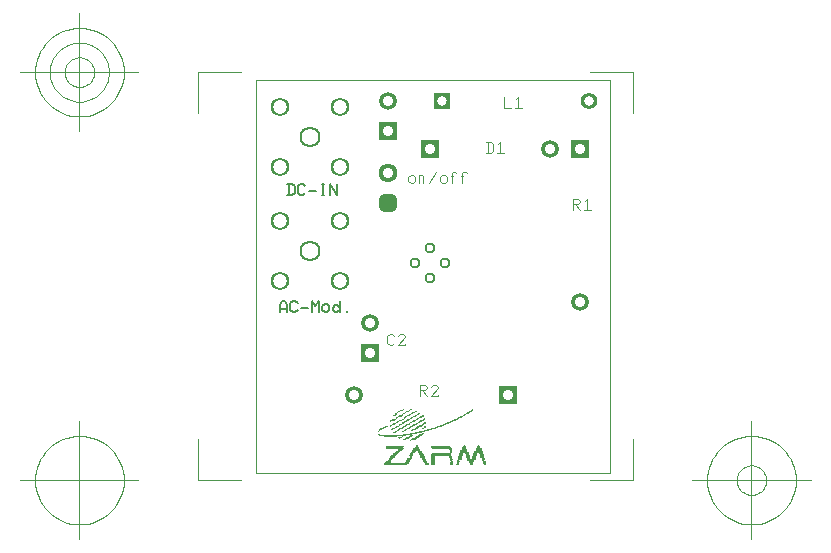
<source format=gbr>
G04 Generated by Ultiboard 10.0 *
%FSLAX25Y25*%
%MOIN*%

%ADD44C,0.00367*%
%ADD23C,0.00004*%
%ADD45C,0.00612*%
%ADD22C,0.00394*%
%ADD46C,0.06224X0.04724*%
%ADD47C,0.07012X0.05512*%
%ADD35R,0.05512X0.05512X0.03150*%
%ADD34C,0.05512X0.03150*%
%ADD36C,0.05906X0.03543*%
%ADD37R,0.05906X0.05906X0.03543*%
%ADD48C,0.03762X0.02362*%
%ADD38R,0.02083X0.02083X0.03917*%
%ADD18C,0.03917*%
%ADD29C,0.06334X0.03500*%


G04 ColorRGB 00FF00 for the following layer *
%LNCopper Top*%
%LPD*%
%FSLAX25Y25*%
%MOIN*%
G54D44*
X82864Y125362D02*
X82864Y121425D01*
X82864Y121425D02*
X85216Y121425D01*
X86784Y124575D02*
X87568Y125362D01*
X87568Y125362D02*
X87568Y121425D01*
X86392Y121425D02*
X88744Y121425D01*
X54864Y25425D02*
X54864Y29362D01*
X54864Y29362D02*
X56432Y29362D01*
X56432Y29362D02*
X57216Y28575D01*
X57216Y28575D02*
X57216Y28181D01*
X57216Y28181D02*
X56432Y27394D01*
X56432Y27394D02*
X54864Y27394D01*
X55256Y27394D02*
X57216Y25425D01*
X58392Y28575D02*
X59176Y29362D01*
X59176Y29362D02*
X59960Y29362D01*
X59960Y29362D02*
X60744Y28575D01*
X60744Y28575D02*
X60744Y28181D01*
X60744Y28181D02*
X58392Y25425D01*
X58392Y25425D02*
X60744Y25425D01*
X60744Y25425D02*
X60744Y25819D01*
X50809Y97213D02*
X51593Y96425D01*
X51593Y96425D02*
X52377Y96425D01*
X52377Y96425D02*
X53161Y97213D01*
X53161Y97213D02*
X53161Y98394D01*
X53161Y98394D02*
X52377Y99181D01*
X52377Y99181D02*
X51593Y99181D01*
X51593Y99181D02*
X50809Y98394D01*
X50809Y98394D02*
X50809Y97213D01*
X54337Y96425D02*
X54337Y98787D01*
X54337Y98787D02*
X54337Y99181D01*
X54337Y98787D02*
X54729Y99181D01*
X54729Y99181D02*
X55513Y99181D01*
X55513Y99181D02*
X55905Y98787D01*
X55905Y98787D02*
X55905Y96425D01*
X60216Y100362D02*
X57864Y96425D01*
X61392Y97213D02*
X62176Y96425D01*
X62176Y96425D02*
X62960Y96425D01*
X62960Y96425D02*
X63744Y97213D01*
X63744Y97213D02*
X63744Y98394D01*
X63744Y98394D02*
X62960Y99181D01*
X62960Y99181D02*
X62176Y99181D01*
X62176Y99181D02*
X61392Y98394D01*
X61392Y98394D02*
X61392Y97213D01*
X65311Y96425D02*
X65311Y99969D01*
X65311Y99969D02*
X65703Y100362D01*
X65703Y100362D02*
X66487Y100362D01*
X66487Y100362D02*
X66879Y99969D01*
X64920Y98787D02*
X65703Y98787D01*
X68839Y96425D02*
X68839Y99969D01*
X68839Y99969D02*
X69231Y100362D01*
X69231Y100362D02*
X70015Y100362D01*
X70015Y100362D02*
X70407Y99969D01*
X68447Y98787D02*
X69231Y98787D01*
X46216Y43213D02*
X45432Y42425D01*
X45432Y42425D02*
X44648Y42425D01*
X44648Y42425D02*
X43864Y43213D01*
X43864Y43213D02*
X43864Y45575D01*
X43864Y45575D02*
X44648Y46362D01*
X44648Y46362D02*
X45432Y46362D01*
X45432Y46362D02*
X46216Y45575D01*
X47392Y45575D02*
X48176Y46362D01*
X48176Y46362D02*
X48960Y46362D01*
X48960Y46362D02*
X49744Y45575D01*
X49744Y45575D02*
X49744Y45181D01*
X49744Y45181D02*
X47392Y42425D01*
X47392Y42425D02*
X49744Y42425D01*
X49744Y42425D02*
X49744Y42819D01*
X76864Y106425D02*
X78432Y106425D01*
X78432Y106425D02*
X79216Y107213D01*
X79216Y107213D02*
X79216Y109575D01*
X79216Y109575D02*
X78432Y110362D01*
X78432Y110362D02*
X76864Y110362D01*
X77256Y110362D02*
X77256Y106425D01*
X80784Y109575D02*
X81568Y110362D01*
X81568Y110362D02*
X81568Y106425D01*
X80392Y106425D02*
X82744Y106425D01*
X105864Y87425D02*
X105864Y91362D01*
X105864Y91362D02*
X107432Y91362D01*
X107432Y91362D02*
X108216Y90575D01*
X108216Y90575D02*
X108216Y90181D01*
X108216Y90181D02*
X107432Y89394D01*
X107432Y89394D02*
X105864Y89394D01*
X106256Y89394D02*
X108216Y87425D01*
X109784Y90575D02*
X110568Y91362D01*
X110568Y91362D02*
X110568Y87425D01*
X109392Y87425D02*
X111744Y87425D01*
G54D23*
G36*
X49010Y20983D02*
X49402Y20983D01*
X49402Y21322D01*
X49010Y21322D01*
X49010Y20983D01*
G37*
G36*
X51361Y20983D02*
X51753Y20983D01*
X51753Y21322D01*
X51361Y21322D01*
X51361Y20983D01*
G37*
G36*
X51753Y20983D02*
X52144Y20983D01*
X52144Y21322D01*
X51753Y21322D01*
X51753Y20983D01*
G37*
G36*
X72124Y20983D02*
X72515Y20983D01*
X72515Y21322D01*
X72124Y21322D01*
X72124Y20983D01*
G37*
G36*
X48227Y20644D02*
X48619Y20644D01*
X48619Y20983D01*
X48227Y20983D01*
X48227Y20644D01*
G37*
G36*
X48619Y20644D02*
X49010Y20644D01*
X49010Y20983D01*
X48619Y20983D01*
X48619Y20644D01*
G37*
G36*
X50969Y20644D02*
X51361Y20644D01*
X51361Y20983D01*
X50969Y20983D01*
X50969Y20644D01*
G37*
G36*
X71732Y20644D02*
X72124Y20644D01*
X72124Y20983D01*
X71732Y20983D01*
X71732Y20644D01*
G37*
G36*
X72124Y20644D02*
X72515Y20644D01*
X72515Y20983D01*
X72124Y20983D01*
X72124Y20644D01*
G37*
G36*
X47443Y20305D02*
X47835Y20305D01*
X47835Y20644D01*
X47443Y20644D01*
X47443Y20305D01*
G37*
G36*
X47835Y20305D02*
X48227Y20305D01*
X48227Y20644D01*
X47835Y20644D01*
X47835Y20305D01*
G37*
G36*
X50186Y20305D02*
X50577Y20305D01*
X50577Y20644D01*
X50186Y20644D01*
X50186Y20305D01*
G37*
G36*
X50577Y20305D02*
X50969Y20305D01*
X50969Y20644D01*
X50577Y20644D01*
X50577Y20305D01*
G37*
G36*
X52928Y20305D02*
X53320Y20305D01*
X53320Y20644D01*
X52928Y20644D01*
X52928Y20305D01*
G37*
G36*
X53320Y20305D02*
X53711Y20305D01*
X53711Y20644D01*
X53320Y20644D01*
X53320Y20305D01*
G37*
G36*
X70948Y20305D02*
X71340Y20305D01*
X71340Y20644D01*
X70948Y20644D01*
X70948Y20305D01*
G37*
G36*
X71340Y20305D02*
X71732Y20305D01*
X71732Y20644D01*
X71340Y20644D01*
X71340Y20305D01*
G37*
G36*
X71732Y20305D02*
X72124Y20305D01*
X72124Y20644D01*
X71732Y20644D01*
X71732Y20305D01*
G37*
G36*
X47052Y19966D02*
X47443Y19966D01*
X47443Y20305D01*
X47052Y20305D01*
X47052Y19966D01*
G37*
G36*
X49794Y19966D02*
X50186Y19966D01*
X50186Y20305D01*
X49794Y20305D01*
X49794Y19966D01*
G37*
G36*
X52144Y19966D02*
X52536Y19966D01*
X52536Y20305D01*
X52144Y20305D01*
X52144Y19966D01*
G37*
G36*
X52536Y19966D02*
X52928Y19966D01*
X52928Y20305D01*
X52536Y20305D01*
X52536Y19966D01*
G37*
G36*
X70557Y19966D02*
X70948Y19966D01*
X70948Y20305D01*
X70557Y20305D01*
X70557Y19966D01*
G37*
G36*
X70948Y19966D02*
X71340Y19966D01*
X71340Y20305D01*
X70948Y20305D01*
X70948Y19966D01*
G37*
G36*
X46268Y19627D02*
X46660Y19627D01*
X46660Y19966D01*
X46268Y19966D01*
X46268Y19627D01*
G37*
G36*
X46660Y19627D02*
X47052Y19627D01*
X47052Y19966D01*
X46660Y19966D01*
X46660Y19627D01*
G37*
G36*
X49010Y19627D02*
X49402Y19627D01*
X49402Y19966D01*
X49010Y19966D01*
X49010Y19627D01*
G37*
G36*
X49402Y19627D02*
X49794Y19627D01*
X49794Y19966D01*
X49402Y19966D01*
X49402Y19627D01*
G37*
G36*
X51753Y19627D02*
X52144Y19627D01*
X52144Y19966D01*
X51753Y19966D01*
X51753Y19627D01*
G37*
G36*
X52144Y19627D02*
X52536Y19627D01*
X52536Y19966D01*
X52144Y19966D01*
X52144Y19627D01*
G37*
G36*
X54103Y19627D02*
X54495Y19627D01*
X54495Y19966D01*
X54103Y19966D01*
X54103Y19627D01*
G37*
G36*
X54495Y19627D02*
X54887Y19627D01*
X54887Y19966D01*
X54495Y19966D01*
X54495Y19627D01*
G37*
G36*
X70165Y19627D02*
X70557Y19627D01*
X70557Y19966D01*
X70165Y19966D01*
X70165Y19627D01*
G37*
G36*
X70557Y19627D02*
X70948Y19627D01*
X70948Y19966D01*
X70557Y19966D01*
X70557Y19627D01*
G37*
G36*
X46268Y19288D02*
X46660Y19288D01*
X46660Y19627D01*
X46268Y19627D01*
X46268Y19288D01*
G37*
G36*
X46660Y19288D02*
X47052Y19288D01*
X47052Y19627D01*
X46660Y19627D01*
X46660Y19288D01*
G37*
G36*
X48619Y19288D02*
X49010Y19288D01*
X49010Y19627D01*
X48619Y19627D01*
X48619Y19288D01*
G37*
G36*
X50969Y19288D02*
X51361Y19288D01*
X51361Y19627D01*
X50969Y19627D01*
X50969Y19288D01*
G37*
G36*
X51361Y19288D02*
X51753Y19288D01*
X51753Y19627D01*
X51361Y19627D01*
X51361Y19288D01*
G37*
G36*
X53711Y19288D02*
X54103Y19288D01*
X54103Y19627D01*
X53711Y19627D01*
X53711Y19288D01*
G37*
G36*
X54103Y19288D02*
X54495Y19288D01*
X54495Y19627D01*
X54103Y19627D01*
X54103Y19288D01*
G37*
G36*
X69381Y19288D02*
X69773Y19288D01*
X69773Y19627D01*
X69381Y19627D01*
X69381Y19288D01*
G37*
G36*
X69773Y19288D02*
X70165Y19288D01*
X70165Y19627D01*
X69773Y19627D01*
X69773Y19288D01*
G37*
G36*
X45876Y18949D02*
X46268Y18949D01*
X46268Y19288D01*
X45876Y19288D01*
X45876Y18949D01*
G37*
G36*
X46268Y18949D02*
X46660Y18949D01*
X46660Y19288D01*
X46268Y19288D01*
X46268Y18949D01*
G37*
G36*
X47835Y18949D02*
X48227Y18949D01*
X48227Y19288D01*
X47835Y19288D01*
X47835Y18949D01*
G37*
G36*
X48227Y18949D02*
X48619Y18949D01*
X48619Y19288D01*
X48227Y19288D01*
X48227Y18949D01*
G37*
G36*
X48619Y18949D02*
X49010Y18949D01*
X49010Y19288D01*
X48619Y19288D01*
X48619Y18949D01*
G37*
G36*
X50577Y18949D02*
X50969Y18949D01*
X50969Y19288D01*
X50577Y19288D01*
X50577Y18949D01*
G37*
G36*
X50969Y18949D02*
X51361Y18949D01*
X51361Y19288D01*
X50969Y19288D01*
X50969Y18949D01*
G37*
G36*
X52928Y18949D02*
X53320Y18949D01*
X53320Y19288D01*
X52928Y19288D01*
X52928Y18949D01*
G37*
G36*
X53320Y18949D02*
X53711Y18949D01*
X53711Y19288D01*
X53320Y19288D01*
X53320Y18949D01*
G37*
G36*
X55278Y18949D02*
X55670Y18949D01*
X55670Y19288D01*
X55278Y19288D01*
X55278Y18949D01*
G37*
G36*
X55670Y18949D02*
X56062Y18949D01*
X56062Y19288D01*
X55670Y19288D01*
X55670Y18949D01*
G37*
G36*
X68990Y18949D02*
X69381Y18949D01*
X69381Y19288D01*
X68990Y19288D01*
X68990Y18949D01*
G37*
G36*
X69381Y18949D02*
X69773Y18949D01*
X69773Y19288D01*
X69381Y19288D01*
X69381Y18949D01*
G37*
G36*
X47443Y18610D02*
X47835Y18610D01*
X47835Y18949D01*
X47443Y18949D01*
X47443Y18610D01*
G37*
G36*
X47835Y18610D02*
X48227Y18610D01*
X48227Y18949D01*
X47835Y18949D01*
X47835Y18610D01*
G37*
G36*
X48227Y18610D02*
X48619Y18610D01*
X48619Y18949D01*
X48227Y18949D01*
X48227Y18610D01*
G37*
G36*
X49794Y18610D02*
X50186Y18610D01*
X50186Y18949D01*
X49794Y18949D01*
X49794Y18610D01*
G37*
G36*
X50186Y18610D02*
X50577Y18610D01*
X50577Y18949D01*
X50186Y18949D01*
X50186Y18610D01*
G37*
G36*
X52536Y18610D02*
X52928Y18610D01*
X52928Y18949D01*
X52536Y18949D01*
X52536Y18610D01*
G37*
G36*
X52928Y18610D02*
X53320Y18610D01*
X53320Y18949D01*
X52928Y18949D01*
X52928Y18610D01*
G37*
G36*
X54887Y18610D02*
X55278Y18610D01*
X55278Y18949D01*
X54887Y18949D01*
X54887Y18610D01*
G37*
G36*
X55278Y18610D02*
X55670Y18610D01*
X55670Y18949D01*
X55278Y18949D01*
X55278Y18610D01*
G37*
G36*
X55670Y18610D02*
X56062Y18610D01*
X56062Y18949D01*
X55670Y18949D01*
X55670Y18610D01*
G37*
G36*
X68206Y18610D02*
X68598Y18610D01*
X68598Y18949D01*
X68206Y18949D01*
X68206Y18610D01*
G37*
G36*
X68598Y18610D02*
X68990Y18610D01*
X68990Y18949D01*
X68598Y18949D01*
X68598Y18610D01*
G37*
G36*
X46660Y18271D02*
X47052Y18271D01*
X47052Y18610D01*
X46660Y18610D01*
X46660Y18271D01*
G37*
G36*
X47052Y18271D02*
X47443Y18271D01*
X47443Y18610D01*
X47052Y18610D01*
X47052Y18271D01*
G37*
G36*
X49402Y18271D02*
X49794Y18271D01*
X49794Y18610D01*
X49402Y18610D01*
X49402Y18271D01*
G37*
G36*
X49794Y18271D02*
X50186Y18271D01*
X50186Y18610D01*
X49794Y18610D01*
X49794Y18271D01*
G37*
G36*
X51753Y18271D02*
X52144Y18271D01*
X52144Y18610D01*
X51753Y18610D01*
X51753Y18271D01*
G37*
G36*
X52144Y18271D02*
X52536Y18271D01*
X52536Y18610D01*
X52144Y18610D01*
X52144Y18271D01*
G37*
G36*
X54495Y18271D02*
X54887Y18271D01*
X54887Y18610D01*
X54495Y18610D01*
X54495Y18271D01*
G37*
G36*
X54887Y18271D02*
X55278Y18271D01*
X55278Y18610D01*
X54887Y18610D01*
X54887Y18271D01*
G37*
G36*
X67423Y18271D02*
X67814Y18271D01*
X67814Y18610D01*
X67423Y18610D01*
X67423Y18271D01*
G37*
G36*
X67814Y18271D02*
X68206Y18271D01*
X68206Y18610D01*
X67814Y18610D01*
X67814Y18271D01*
G37*
G36*
X68206Y18271D02*
X68598Y18271D01*
X68598Y18610D01*
X68206Y18610D01*
X68206Y18271D01*
G37*
G36*
X46660Y17932D02*
X47052Y17932D01*
X47052Y18271D01*
X46660Y18271D01*
X46660Y17932D01*
G37*
G36*
X49402Y17932D02*
X49794Y17932D01*
X49794Y18271D01*
X49402Y18271D01*
X49402Y17932D01*
G37*
G36*
X51361Y17932D02*
X51753Y17932D01*
X51753Y18271D01*
X51361Y18271D01*
X51361Y17932D01*
G37*
G36*
X51753Y17932D02*
X52144Y17932D01*
X52144Y18271D01*
X51753Y18271D01*
X51753Y17932D01*
G37*
G36*
X53711Y17932D02*
X54103Y17932D01*
X54103Y18271D01*
X53711Y18271D01*
X53711Y17932D01*
G37*
G36*
X54103Y17932D02*
X54495Y17932D01*
X54495Y18271D01*
X54103Y18271D01*
X54103Y17932D01*
G37*
G36*
X56062Y17932D02*
X56454Y17932D01*
X56454Y18271D01*
X56062Y18271D01*
X56062Y17932D01*
G37*
G36*
X67031Y17932D02*
X67423Y17932D01*
X67423Y18271D01*
X67031Y18271D01*
X67031Y17932D01*
G37*
G36*
X67423Y17932D02*
X67814Y17932D01*
X67814Y18271D01*
X67423Y18271D01*
X67423Y17932D01*
G37*
G36*
X45485Y17593D02*
X45876Y17593D01*
X45876Y17932D01*
X45485Y17932D01*
X45485Y17593D01*
G37*
G36*
X45876Y17593D02*
X46268Y17593D01*
X46268Y17932D01*
X45876Y17932D01*
X45876Y17593D01*
G37*
G36*
X46268Y17593D02*
X46660Y17593D01*
X46660Y17932D01*
X46268Y17932D01*
X46268Y17593D01*
G37*
G36*
X48619Y17593D02*
X49010Y17593D01*
X49010Y17932D01*
X48619Y17932D01*
X48619Y17593D01*
G37*
G36*
X49010Y17593D02*
X49402Y17593D01*
X49402Y17932D01*
X49010Y17932D01*
X49010Y17593D01*
G37*
G36*
X50577Y17593D02*
X50969Y17593D01*
X50969Y17932D01*
X50577Y17932D01*
X50577Y17593D01*
G37*
G36*
X50969Y17593D02*
X51361Y17593D01*
X51361Y17932D01*
X50969Y17932D01*
X50969Y17593D01*
G37*
G36*
X53320Y17593D02*
X53711Y17593D01*
X53711Y17932D01*
X53320Y17932D01*
X53320Y17593D01*
G37*
G36*
X53711Y17593D02*
X54103Y17593D01*
X54103Y17932D01*
X53711Y17932D01*
X53711Y17593D01*
G37*
G36*
X55670Y17593D02*
X56062Y17593D01*
X56062Y17932D01*
X55670Y17932D01*
X55670Y17593D01*
G37*
G36*
X56062Y17593D02*
X56454Y17593D01*
X56454Y17932D01*
X56062Y17932D01*
X56062Y17593D01*
G37*
G36*
X66247Y17593D02*
X66639Y17593D01*
X66639Y17932D01*
X66247Y17932D01*
X66247Y17593D01*
G37*
G36*
X66639Y17593D02*
X67031Y17593D01*
X67031Y17932D01*
X66639Y17932D01*
X66639Y17593D01*
G37*
G36*
X67031Y17593D02*
X67423Y17593D01*
X67423Y17932D01*
X67031Y17932D01*
X67031Y17593D01*
G37*
G36*
X44701Y17254D02*
X45093Y17254D01*
X45093Y17593D01*
X44701Y17593D01*
X44701Y17254D01*
G37*
G36*
X45093Y17254D02*
X45485Y17254D01*
X45485Y17593D01*
X45093Y17593D01*
X45093Y17254D01*
G37*
G36*
X45485Y17254D02*
X45876Y17254D01*
X45876Y17593D01*
X45485Y17593D01*
X45485Y17254D01*
G37*
G36*
X45876Y17254D02*
X46268Y17254D01*
X46268Y17593D01*
X45876Y17593D01*
X45876Y17254D01*
G37*
G36*
X47835Y17254D02*
X48227Y17254D01*
X48227Y17593D01*
X47835Y17593D01*
X47835Y17254D01*
G37*
G36*
X48227Y17254D02*
X48619Y17254D01*
X48619Y17593D01*
X48227Y17593D01*
X48227Y17254D01*
G37*
G36*
X50186Y17254D02*
X50577Y17254D01*
X50577Y17593D01*
X50186Y17593D01*
X50186Y17254D01*
G37*
G36*
X50577Y17254D02*
X50969Y17254D01*
X50969Y17593D01*
X50577Y17593D01*
X50577Y17254D01*
G37*
G36*
X52536Y17254D02*
X52928Y17254D01*
X52928Y17593D01*
X52536Y17593D01*
X52536Y17254D01*
G37*
G36*
X52928Y17254D02*
X53320Y17254D01*
X53320Y17593D01*
X52928Y17593D01*
X52928Y17254D01*
G37*
G36*
X54887Y17254D02*
X55278Y17254D01*
X55278Y17593D01*
X54887Y17593D01*
X54887Y17254D01*
G37*
G36*
X55278Y17254D02*
X55670Y17254D01*
X55670Y17593D01*
X55278Y17593D01*
X55278Y17254D01*
G37*
G36*
X55670Y17254D02*
X56062Y17254D01*
X56062Y17593D01*
X55670Y17593D01*
X55670Y17254D01*
G37*
G36*
X65464Y17254D02*
X65856Y17254D01*
X65856Y17593D01*
X65464Y17593D01*
X65464Y17254D01*
G37*
G36*
X65856Y17254D02*
X66247Y17254D01*
X66247Y17593D01*
X65856Y17593D01*
X65856Y17254D01*
G37*
G36*
X66247Y17254D02*
X66639Y17254D01*
X66639Y17593D01*
X66247Y17593D01*
X66247Y17254D01*
G37*
G36*
X44701Y16915D02*
X45093Y16915D01*
X45093Y17254D01*
X44701Y17254D01*
X44701Y16915D01*
G37*
G36*
X47052Y16915D02*
X47443Y16915D01*
X47443Y17254D01*
X47052Y17254D01*
X47052Y16915D01*
G37*
G36*
X47443Y16915D02*
X47835Y16915D01*
X47835Y17254D01*
X47443Y17254D01*
X47443Y16915D01*
G37*
G36*
X49402Y16915D02*
X49794Y16915D01*
X49794Y17254D01*
X49402Y17254D01*
X49402Y16915D01*
G37*
G36*
X49794Y16915D02*
X50186Y16915D01*
X50186Y17254D01*
X49794Y17254D01*
X49794Y16915D01*
G37*
G36*
X50186Y16915D02*
X50577Y16915D01*
X50577Y17254D01*
X50186Y17254D01*
X50186Y16915D01*
G37*
G36*
X52144Y16915D02*
X52536Y16915D01*
X52536Y17254D01*
X52144Y17254D01*
X52144Y16915D01*
G37*
G36*
X52536Y16915D02*
X52928Y16915D01*
X52928Y17254D01*
X52536Y17254D01*
X52536Y16915D01*
G37*
G36*
X54495Y16915D02*
X54887Y16915D01*
X54887Y17254D01*
X54495Y17254D01*
X54495Y16915D01*
G37*
G36*
X54887Y16915D02*
X55278Y16915D01*
X55278Y17254D01*
X54887Y17254D01*
X54887Y16915D01*
G37*
G36*
X64680Y16915D02*
X65072Y16915D01*
X65072Y17254D01*
X64680Y17254D01*
X64680Y16915D01*
G37*
G36*
X65072Y16915D02*
X65464Y16915D01*
X65464Y17254D01*
X65072Y17254D01*
X65072Y16915D01*
G37*
G36*
X65464Y16915D02*
X65856Y16915D01*
X65856Y17254D01*
X65464Y17254D01*
X65464Y16915D01*
G37*
G36*
X46660Y16576D02*
X47052Y16576D01*
X47052Y16915D01*
X46660Y16915D01*
X46660Y16576D01*
G37*
G36*
X47052Y16576D02*
X47443Y16576D01*
X47443Y16915D01*
X47052Y16915D01*
X47052Y16576D01*
G37*
G36*
X48619Y16576D02*
X49010Y16576D01*
X49010Y16915D01*
X48619Y16915D01*
X48619Y16576D01*
G37*
G36*
X49010Y16576D02*
X49402Y16576D01*
X49402Y16915D01*
X49010Y16915D01*
X49010Y16576D01*
G37*
G36*
X49402Y16576D02*
X49794Y16576D01*
X49794Y16915D01*
X49402Y16915D01*
X49402Y16576D01*
G37*
G36*
X51361Y16576D02*
X51753Y16576D01*
X51753Y16915D01*
X51361Y16915D01*
X51361Y16576D01*
G37*
G36*
X51753Y16576D02*
X52144Y16576D01*
X52144Y16915D01*
X51753Y16915D01*
X51753Y16576D01*
G37*
G36*
X54103Y16576D02*
X54495Y16576D01*
X54495Y16915D01*
X54103Y16915D01*
X54103Y16576D01*
G37*
G36*
X54495Y16576D02*
X54887Y16576D01*
X54887Y16915D01*
X54495Y16915D01*
X54495Y16576D01*
G37*
G36*
X56062Y16576D02*
X56454Y16576D01*
X56454Y16915D01*
X56062Y16915D01*
X56062Y16576D01*
G37*
G36*
X56454Y16576D02*
X56845Y16576D01*
X56845Y16915D01*
X56454Y16915D01*
X56454Y16576D01*
G37*
G36*
X63897Y16576D02*
X64289Y16576D01*
X64289Y16915D01*
X63897Y16915D01*
X63897Y16576D01*
G37*
G36*
X64289Y16576D02*
X64680Y16576D01*
X64680Y16915D01*
X64289Y16915D01*
X64289Y16576D01*
G37*
G36*
X64680Y16576D02*
X65072Y16576D01*
X65072Y16915D01*
X64680Y16915D01*
X64680Y16576D01*
G37*
G36*
X45876Y16237D02*
X46268Y16237D01*
X46268Y16576D01*
X45876Y16576D01*
X45876Y16237D01*
G37*
G36*
X46268Y16237D02*
X46660Y16237D01*
X46660Y16576D01*
X46268Y16576D01*
X46268Y16237D01*
G37*
G36*
X48619Y16237D02*
X49010Y16237D01*
X49010Y16576D01*
X48619Y16576D01*
X48619Y16237D01*
G37*
G36*
X49010Y16237D02*
X49402Y16237D01*
X49402Y16576D01*
X49010Y16576D01*
X49010Y16237D01*
G37*
G36*
X50969Y16237D02*
X51361Y16237D01*
X51361Y16576D01*
X50969Y16576D01*
X50969Y16237D01*
G37*
G36*
X53320Y16237D02*
X53711Y16237D01*
X53711Y16576D01*
X53320Y16576D01*
X53320Y16237D01*
G37*
G36*
X53711Y16237D02*
X54103Y16237D01*
X54103Y16576D01*
X53711Y16576D01*
X53711Y16237D01*
G37*
G36*
X55670Y16237D02*
X56062Y16237D01*
X56062Y16576D01*
X55670Y16576D01*
X55670Y16237D01*
G37*
G36*
X56062Y16237D02*
X56454Y16237D01*
X56454Y16576D01*
X56062Y16576D01*
X56062Y16237D01*
G37*
G36*
X56454Y16237D02*
X56845Y16237D01*
X56845Y16576D01*
X56454Y16576D01*
X56454Y16237D01*
G37*
G36*
X63113Y16237D02*
X63505Y16237D01*
X63505Y16576D01*
X63113Y16576D01*
X63113Y16237D01*
G37*
G36*
X63505Y16237D02*
X63897Y16237D01*
X63897Y16576D01*
X63505Y16576D01*
X63505Y16237D01*
G37*
G36*
X63897Y16237D02*
X64289Y16237D01*
X64289Y16576D01*
X63897Y16576D01*
X63897Y16237D01*
G37*
G36*
X45485Y15898D02*
X45876Y15898D01*
X45876Y16237D01*
X45485Y16237D01*
X45485Y15898D01*
G37*
G36*
X45876Y15898D02*
X46268Y15898D01*
X46268Y16237D01*
X45876Y16237D01*
X45876Y15898D01*
G37*
G36*
X47835Y15898D02*
X48227Y15898D01*
X48227Y16237D01*
X47835Y16237D01*
X47835Y15898D01*
G37*
G36*
X48227Y15898D02*
X48619Y15898D01*
X48619Y16237D01*
X48227Y16237D01*
X48227Y15898D01*
G37*
G36*
X50186Y15898D02*
X50577Y15898D01*
X50577Y16237D01*
X50186Y16237D01*
X50186Y15898D01*
G37*
G36*
X50577Y15898D02*
X50969Y15898D01*
X50969Y16237D01*
X50577Y16237D01*
X50577Y15898D01*
G37*
G36*
X50969Y15898D02*
X51361Y15898D01*
X51361Y16237D01*
X50969Y16237D01*
X50969Y15898D01*
G37*
G36*
X52536Y15898D02*
X52928Y15898D01*
X52928Y16237D01*
X52536Y16237D01*
X52536Y15898D01*
G37*
G36*
X52928Y15898D02*
X53320Y15898D01*
X53320Y16237D01*
X52928Y16237D01*
X52928Y15898D01*
G37*
G36*
X53320Y15898D02*
X53711Y15898D01*
X53711Y16237D01*
X53320Y16237D01*
X53320Y15898D01*
G37*
G36*
X55278Y15898D02*
X55670Y15898D01*
X55670Y16237D01*
X55278Y16237D01*
X55278Y15898D01*
G37*
G36*
X55670Y15898D02*
X56062Y15898D01*
X56062Y16237D01*
X55670Y16237D01*
X55670Y15898D01*
G37*
G36*
X62330Y15898D02*
X62722Y15898D01*
X62722Y16237D01*
X62330Y16237D01*
X62330Y15898D01*
G37*
G36*
X62722Y15898D02*
X63113Y15898D01*
X63113Y16237D01*
X62722Y16237D01*
X62722Y15898D01*
G37*
G36*
X63113Y15898D02*
X63505Y15898D01*
X63505Y16237D01*
X63113Y16237D01*
X63113Y15898D01*
G37*
G36*
X44701Y15559D02*
X45093Y15559D01*
X45093Y15898D01*
X44701Y15898D01*
X44701Y15559D01*
G37*
G36*
X45093Y15559D02*
X45485Y15559D01*
X45485Y15898D01*
X45093Y15898D01*
X45093Y15559D01*
G37*
G36*
X47835Y15559D02*
X48227Y15559D01*
X48227Y15898D01*
X47835Y15898D01*
X47835Y15559D01*
G37*
G36*
X49794Y15559D02*
X50186Y15559D01*
X50186Y15898D01*
X49794Y15898D01*
X49794Y15559D01*
G37*
G36*
X50186Y15559D02*
X50577Y15559D01*
X50577Y15898D01*
X50186Y15898D01*
X50186Y15559D01*
G37*
G36*
X52144Y15559D02*
X52536Y15559D01*
X52536Y15898D01*
X52144Y15898D01*
X52144Y15559D01*
G37*
G36*
X52536Y15559D02*
X52928Y15559D01*
X52928Y15898D01*
X52536Y15898D01*
X52536Y15559D01*
G37*
G36*
X54495Y15559D02*
X54887Y15559D01*
X54887Y15898D01*
X54495Y15898D01*
X54495Y15559D01*
G37*
G36*
X54887Y15559D02*
X55278Y15559D01*
X55278Y15898D01*
X54887Y15898D01*
X54887Y15559D01*
G37*
G36*
X55278Y15559D02*
X55670Y15559D01*
X55670Y15898D01*
X55278Y15898D01*
X55278Y15559D01*
G37*
G36*
X61546Y15559D02*
X61938Y15559D01*
X61938Y15898D01*
X61546Y15898D01*
X61546Y15559D01*
G37*
G36*
X61938Y15559D02*
X62330Y15559D01*
X62330Y15898D01*
X61938Y15898D01*
X61938Y15559D01*
G37*
G36*
X62330Y15559D02*
X62722Y15559D01*
X62722Y15898D01*
X62330Y15898D01*
X62330Y15559D01*
G37*
G36*
X43134Y15220D02*
X43526Y15220D01*
X43526Y15559D01*
X43134Y15559D01*
X43134Y15220D01*
G37*
G36*
X43526Y15220D02*
X43918Y15220D01*
X43918Y15559D01*
X43526Y15559D01*
X43526Y15220D01*
G37*
G36*
X44701Y15220D02*
X45093Y15220D01*
X45093Y15559D01*
X44701Y15559D01*
X44701Y15220D01*
G37*
G36*
X46660Y15220D02*
X47052Y15220D01*
X47052Y15559D01*
X46660Y15559D01*
X46660Y15220D01*
G37*
G36*
X47052Y15220D02*
X47443Y15220D01*
X47443Y15559D01*
X47052Y15559D01*
X47052Y15220D01*
G37*
G36*
X47443Y15220D02*
X47835Y15220D01*
X47835Y15559D01*
X47443Y15559D01*
X47443Y15220D01*
G37*
G36*
X49010Y15220D02*
X49402Y15220D01*
X49402Y15559D01*
X49010Y15559D01*
X49010Y15220D01*
G37*
G36*
X49402Y15220D02*
X49794Y15220D01*
X49794Y15559D01*
X49402Y15559D01*
X49402Y15220D01*
G37*
G36*
X49794Y15220D02*
X50186Y15220D01*
X50186Y15559D01*
X49794Y15559D01*
X49794Y15220D01*
G37*
G36*
X51361Y15220D02*
X51753Y15220D01*
X51753Y15559D01*
X51361Y15559D01*
X51361Y15220D01*
G37*
G36*
X51753Y15220D02*
X52144Y15220D01*
X52144Y15559D01*
X51753Y15559D01*
X51753Y15220D01*
G37*
G36*
X52144Y15220D02*
X52536Y15220D01*
X52536Y15559D01*
X52144Y15559D01*
X52144Y15220D01*
G37*
G36*
X53711Y15220D02*
X54103Y15220D01*
X54103Y15559D01*
X53711Y15559D01*
X53711Y15220D01*
G37*
G36*
X54103Y15220D02*
X54495Y15220D01*
X54495Y15559D01*
X54103Y15559D01*
X54103Y15220D01*
G37*
G36*
X54495Y15220D02*
X54887Y15220D01*
X54887Y15559D01*
X54495Y15559D01*
X54495Y15220D01*
G37*
G36*
X54887Y15220D02*
X55278Y15220D01*
X55278Y15559D01*
X54887Y15559D01*
X54887Y15220D01*
G37*
G36*
X56062Y15220D02*
X56454Y15220D01*
X56454Y15559D01*
X56062Y15559D01*
X56062Y15220D01*
G37*
G36*
X56454Y15220D02*
X56845Y15220D01*
X56845Y15559D01*
X56454Y15559D01*
X56454Y15220D01*
G37*
G36*
X60371Y15220D02*
X60763Y15220D01*
X60763Y15559D01*
X60371Y15559D01*
X60371Y15220D01*
G37*
G36*
X60763Y15220D02*
X61155Y15220D01*
X61155Y15559D01*
X60763Y15559D01*
X60763Y15220D01*
G37*
G36*
X61155Y15220D02*
X61546Y15220D01*
X61546Y15559D01*
X61155Y15559D01*
X61155Y15220D01*
G37*
G36*
X61546Y15220D02*
X61938Y15220D01*
X61938Y15559D01*
X61546Y15559D01*
X61546Y15220D01*
G37*
G36*
X42351Y14881D02*
X42742Y14881D01*
X42742Y15220D01*
X42351Y15220D01*
X42351Y14881D01*
G37*
G36*
X42742Y14881D02*
X43134Y14881D01*
X43134Y15220D01*
X42742Y15220D01*
X42742Y14881D01*
G37*
G36*
X43134Y14881D02*
X43526Y14881D01*
X43526Y15220D01*
X43134Y15220D01*
X43134Y14881D01*
G37*
G36*
X46268Y14881D02*
X46660Y14881D01*
X46660Y15220D01*
X46268Y15220D01*
X46268Y14881D01*
G37*
G36*
X46660Y14881D02*
X47052Y14881D01*
X47052Y15220D01*
X46660Y15220D01*
X46660Y14881D01*
G37*
G36*
X48619Y14881D02*
X49010Y14881D01*
X49010Y15220D01*
X48619Y15220D01*
X48619Y14881D01*
G37*
G36*
X49010Y14881D02*
X49402Y14881D01*
X49402Y15220D01*
X49010Y15220D01*
X49010Y14881D01*
G37*
G36*
X50969Y14881D02*
X51361Y14881D01*
X51361Y15220D01*
X50969Y15220D01*
X50969Y14881D01*
G37*
G36*
X51361Y14881D02*
X51753Y14881D01*
X51753Y15220D01*
X51361Y15220D01*
X51361Y14881D01*
G37*
G36*
X53320Y14881D02*
X53711Y14881D01*
X53711Y15220D01*
X53320Y15220D01*
X53320Y14881D01*
G37*
G36*
X53711Y14881D02*
X54103Y14881D01*
X54103Y15220D01*
X53711Y15220D01*
X53711Y14881D01*
G37*
G36*
X54103Y14881D02*
X54495Y14881D01*
X54495Y15220D01*
X54103Y15220D01*
X54103Y14881D01*
G37*
G36*
X56062Y14881D02*
X56454Y14881D01*
X56454Y15220D01*
X56062Y15220D01*
X56062Y14881D01*
G37*
G36*
X56454Y14881D02*
X56845Y14881D01*
X56845Y15220D01*
X56454Y15220D01*
X56454Y14881D01*
G37*
G36*
X59588Y14881D02*
X59979Y14881D01*
X59979Y15220D01*
X59588Y15220D01*
X59588Y14881D01*
G37*
G36*
X59979Y14881D02*
X60371Y14881D01*
X60371Y15220D01*
X59979Y15220D01*
X59979Y14881D01*
G37*
G36*
X60371Y14881D02*
X60763Y14881D01*
X60763Y15220D01*
X60371Y15220D01*
X60371Y14881D01*
G37*
G36*
X41567Y14542D02*
X41959Y14542D01*
X41959Y14881D01*
X41567Y14881D01*
X41567Y14542D01*
G37*
G36*
X41959Y14542D02*
X42351Y14542D01*
X42351Y14881D01*
X41959Y14881D01*
X41959Y14542D01*
G37*
G36*
X42351Y14542D02*
X42742Y14542D01*
X42742Y14881D01*
X42351Y14881D01*
X42351Y14542D01*
G37*
G36*
X45485Y14542D02*
X45876Y14542D01*
X45876Y14881D01*
X45485Y14881D01*
X45485Y14542D01*
G37*
G36*
X45876Y14542D02*
X46268Y14542D01*
X46268Y14881D01*
X45876Y14881D01*
X45876Y14542D01*
G37*
G36*
X47835Y14542D02*
X48227Y14542D01*
X48227Y14881D01*
X47835Y14881D01*
X47835Y14542D01*
G37*
G36*
X48227Y14542D02*
X48619Y14542D01*
X48619Y14881D01*
X48227Y14881D01*
X48227Y14542D01*
G37*
G36*
X48619Y14542D02*
X49010Y14542D01*
X49010Y14881D01*
X48619Y14881D01*
X48619Y14542D01*
G37*
G36*
X50577Y14542D02*
X50969Y14542D01*
X50969Y14881D01*
X50577Y14881D01*
X50577Y14542D01*
G37*
G36*
X50969Y14542D02*
X51361Y14542D01*
X51361Y14881D01*
X50969Y14881D01*
X50969Y14542D01*
G37*
G36*
X52928Y14542D02*
X53320Y14542D01*
X53320Y14881D01*
X52928Y14881D01*
X52928Y14542D01*
G37*
G36*
X53320Y14542D02*
X53711Y14542D01*
X53711Y14881D01*
X53320Y14881D01*
X53320Y14542D01*
G37*
G36*
X53711Y14542D02*
X54103Y14542D01*
X54103Y14881D01*
X53711Y14881D01*
X53711Y14542D01*
G37*
G36*
X55278Y14542D02*
X55670Y14542D01*
X55670Y14881D01*
X55278Y14881D01*
X55278Y14542D01*
G37*
G36*
X55670Y14542D02*
X56062Y14542D01*
X56062Y14881D01*
X55670Y14881D01*
X55670Y14542D01*
G37*
G36*
X58412Y14542D02*
X58804Y14542D01*
X58804Y14881D01*
X58412Y14881D01*
X58412Y14542D01*
G37*
G36*
X58804Y14542D02*
X59196Y14542D01*
X59196Y14881D01*
X58804Y14881D01*
X58804Y14542D01*
G37*
G36*
X59196Y14542D02*
X59588Y14542D01*
X59588Y14881D01*
X59196Y14881D01*
X59196Y14542D01*
G37*
G36*
X59588Y14542D02*
X59979Y14542D01*
X59979Y14881D01*
X59588Y14881D01*
X59588Y14542D01*
G37*
G36*
X41175Y14203D02*
X41567Y14203D01*
X41567Y14542D01*
X41175Y14542D01*
X41175Y14203D01*
G37*
G36*
X41567Y14203D02*
X41959Y14203D01*
X41959Y14542D01*
X41567Y14542D01*
X41567Y14203D01*
G37*
G36*
X45093Y14203D02*
X45485Y14203D01*
X45485Y14542D01*
X45093Y14542D01*
X45093Y14203D01*
G37*
G36*
X45485Y14203D02*
X45876Y14203D01*
X45876Y14542D01*
X45485Y14542D01*
X45485Y14203D01*
G37*
G36*
X47443Y14203D02*
X47835Y14203D01*
X47835Y14542D01*
X47443Y14542D01*
X47443Y14203D01*
G37*
G36*
X47835Y14203D02*
X48227Y14203D01*
X48227Y14542D01*
X47835Y14542D01*
X47835Y14203D01*
G37*
G36*
X49794Y14203D02*
X50186Y14203D01*
X50186Y14542D01*
X49794Y14542D01*
X49794Y14203D01*
G37*
G36*
X50186Y14203D02*
X50577Y14203D01*
X50577Y14542D01*
X50186Y14542D01*
X50186Y14203D01*
G37*
G36*
X52144Y14203D02*
X52536Y14203D01*
X52536Y14542D01*
X52144Y14542D01*
X52144Y14203D01*
G37*
G36*
X52536Y14203D02*
X52928Y14203D01*
X52928Y14542D01*
X52536Y14542D01*
X52536Y14203D01*
G37*
G36*
X52928Y14203D02*
X53320Y14203D01*
X53320Y14542D01*
X52928Y14542D01*
X52928Y14203D01*
G37*
G36*
X57237Y14203D02*
X57629Y14203D01*
X57629Y14542D01*
X57237Y14542D01*
X57237Y14203D01*
G37*
G36*
X57629Y14203D02*
X58021Y14203D01*
X58021Y14542D01*
X57629Y14542D01*
X57629Y14203D01*
G37*
G36*
X58021Y14203D02*
X58412Y14203D01*
X58412Y14542D01*
X58021Y14542D01*
X58021Y14203D01*
G37*
G36*
X58412Y14203D02*
X58804Y14203D01*
X58804Y14542D01*
X58412Y14542D01*
X58412Y14203D01*
G37*
G36*
X41175Y13864D02*
X41567Y13864D01*
X41567Y14203D01*
X41175Y14203D01*
X41175Y13864D01*
G37*
G36*
X47052Y13864D02*
X47443Y13864D01*
X47443Y14203D01*
X47052Y14203D01*
X47052Y13864D01*
G37*
G36*
X47443Y13864D02*
X47835Y13864D01*
X47835Y14203D01*
X47443Y14203D01*
X47443Y13864D01*
G37*
G36*
X49402Y13864D02*
X49794Y13864D01*
X49794Y14203D01*
X49402Y14203D01*
X49402Y13864D01*
G37*
G36*
X49794Y13864D02*
X50186Y13864D01*
X50186Y14203D01*
X49794Y14203D01*
X49794Y13864D01*
G37*
G36*
X51753Y13864D02*
X52144Y13864D01*
X52144Y14203D01*
X51753Y14203D01*
X51753Y13864D01*
G37*
G36*
X52144Y13864D02*
X52536Y13864D01*
X52536Y14203D01*
X52144Y14203D01*
X52144Y13864D01*
G37*
G36*
X56062Y13864D02*
X56454Y13864D01*
X56454Y14203D01*
X56062Y14203D01*
X56062Y13864D01*
G37*
G36*
X56454Y13864D02*
X56845Y13864D01*
X56845Y14203D01*
X56454Y14203D01*
X56454Y13864D01*
G37*
G36*
X56845Y13864D02*
X57237Y13864D01*
X57237Y14203D01*
X56845Y14203D01*
X56845Y13864D01*
G37*
G36*
X57237Y13864D02*
X57629Y13864D01*
X57629Y14203D01*
X57237Y14203D01*
X57237Y13864D01*
G37*
G36*
X40784Y13525D02*
X41175Y13525D01*
X41175Y13864D01*
X40784Y13864D01*
X40784Y13525D01*
G37*
G36*
X46268Y13525D02*
X46660Y13525D01*
X46660Y13864D01*
X46268Y13864D01*
X46268Y13525D01*
G37*
G36*
X46660Y13525D02*
X47052Y13525D01*
X47052Y13864D01*
X46660Y13864D01*
X46660Y13525D01*
G37*
G36*
X48619Y13525D02*
X49010Y13525D01*
X49010Y13864D01*
X48619Y13864D01*
X48619Y13525D01*
G37*
G36*
X49010Y13525D02*
X49402Y13525D01*
X49402Y13864D01*
X49010Y13864D01*
X49010Y13525D01*
G37*
G36*
X54495Y13525D02*
X54887Y13525D01*
X54887Y13864D01*
X54495Y13864D01*
X54495Y13525D01*
G37*
G36*
X54887Y13525D02*
X55278Y13525D01*
X55278Y13864D01*
X54887Y13864D01*
X54887Y13525D01*
G37*
G36*
X55278Y13525D02*
X55670Y13525D01*
X55670Y13864D01*
X55278Y13864D01*
X55278Y13525D01*
G37*
G36*
X55670Y13525D02*
X56062Y13525D01*
X56062Y13864D01*
X55670Y13864D01*
X55670Y13525D01*
G37*
G36*
X56062Y13525D02*
X56454Y13525D01*
X56454Y13864D01*
X56062Y13864D01*
X56062Y13525D01*
G37*
G36*
X45876Y13186D02*
X46268Y13186D01*
X46268Y13525D01*
X45876Y13525D01*
X45876Y13186D01*
G37*
G36*
X46268Y13186D02*
X46660Y13186D01*
X46660Y13525D01*
X46268Y13525D01*
X46268Y13186D01*
G37*
G36*
X52928Y13186D02*
X53320Y13186D01*
X53320Y13525D01*
X52928Y13525D01*
X52928Y13186D01*
G37*
G36*
X53320Y13186D02*
X53711Y13186D01*
X53711Y13525D01*
X53320Y13525D01*
X53320Y13186D01*
G37*
G36*
X53711Y13186D02*
X54103Y13186D01*
X54103Y13525D01*
X53711Y13525D01*
X53711Y13186D01*
G37*
G36*
X54103Y13186D02*
X54495Y13186D01*
X54495Y13525D01*
X54103Y13525D01*
X54103Y13186D01*
G37*
G36*
X54495Y13186D02*
X54887Y13186D01*
X54887Y13525D01*
X54495Y13525D01*
X54495Y13186D01*
G37*
G36*
X54887Y13186D02*
X55278Y13186D01*
X55278Y13525D01*
X54887Y13525D01*
X54887Y13186D01*
G37*
G36*
X51361Y12847D02*
X51753Y12847D01*
X51753Y13186D01*
X51361Y13186D01*
X51361Y12847D01*
G37*
G36*
X51753Y12847D02*
X52144Y12847D01*
X52144Y13186D01*
X51753Y13186D01*
X51753Y12847D01*
G37*
G36*
X52144Y12847D02*
X52536Y12847D01*
X52536Y13186D01*
X52144Y13186D01*
X52144Y12847D01*
G37*
G36*
X52536Y12847D02*
X52928Y12847D01*
X52928Y13186D01*
X52536Y13186D01*
X52536Y12847D01*
G37*
G36*
X52928Y12847D02*
X53320Y12847D01*
X53320Y13186D01*
X52928Y13186D01*
X52928Y12847D01*
G37*
G36*
X53320Y12847D02*
X53711Y12847D01*
X53711Y13186D01*
X53320Y13186D01*
X53320Y12847D01*
G37*
G36*
X55278Y12847D02*
X55670Y12847D01*
X55670Y13186D01*
X55278Y13186D01*
X55278Y12847D01*
G37*
G36*
X55670Y12847D02*
X56062Y12847D01*
X56062Y13186D01*
X55670Y13186D01*
X55670Y12847D01*
G37*
G36*
X40784Y12508D02*
X41175Y12508D01*
X41175Y12847D01*
X40784Y12847D01*
X40784Y12508D01*
G37*
G36*
X41175Y12508D02*
X41567Y12508D01*
X41567Y12847D01*
X41175Y12847D01*
X41175Y12508D01*
G37*
G36*
X49010Y12508D02*
X49402Y12508D01*
X49402Y12847D01*
X49010Y12847D01*
X49010Y12508D01*
G37*
G36*
X49402Y12508D02*
X49794Y12508D01*
X49794Y12847D01*
X49402Y12847D01*
X49402Y12508D01*
G37*
G36*
X49794Y12508D02*
X50186Y12508D01*
X50186Y12847D01*
X49794Y12847D01*
X49794Y12508D01*
G37*
G36*
X50186Y12508D02*
X50577Y12508D01*
X50577Y12847D01*
X50186Y12847D01*
X50186Y12508D01*
G37*
G36*
X50577Y12508D02*
X50969Y12508D01*
X50969Y12847D01*
X50577Y12847D01*
X50577Y12508D01*
G37*
G36*
X50969Y12508D02*
X51361Y12508D01*
X51361Y12847D01*
X50969Y12847D01*
X50969Y12508D01*
G37*
G36*
X51361Y12508D02*
X51753Y12508D01*
X51753Y12847D01*
X51361Y12847D01*
X51361Y12508D01*
G37*
G36*
X51753Y12508D02*
X52144Y12508D01*
X52144Y12847D01*
X51753Y12847D01*
X51753Y12508D01*
G37*
G36*
X54495Y12508D02*
X54887Y12508D01*
X54887Y12847D01*
X54495Y12847D01*
X54495Y12508D01*
G37*
G36*
X54887Y12508D02*
X55278Y12508D01*
X55278Y12847D01*
X54887Y12847D01*
X54887Y12508D01*
G37*
G36*
X55278Y12508D02*
X55670Y12508D01*
X55670Y12847D01*
X55278Y12847D01*
X55278Y12508D01*
G37*
G36*
X41175Y12169D02*
X41567Y12169D01*
X41567Y12508D01*
X41175Y12508D01*
X41175Y12169D01*
G37*
G36*
X41567Y12169D02*
X41959Y12169D01*
X41959Y12508D01*
X41567Y12508D01*
X41567Y12169D01*
G37*
G36*
X41959Y12169D02*
X42351Y12169D01*
X42351Y12508D01*
X41959Y12508D01*
X41959Y12169D01*
G37*
G36*
X42351Y12169D02*
X42742Y12169D01*
X42742Y12508D01*
X42351Y12508D01*
X42351Y12169D01*
G37*
G36*
X42742Y12169D02*
X43134Y12169D01*
X43134Y12508D01*
X42742Y12508D01*
X42742Y12169D01*
G37*
G36*
X43134Y12169D02*
X43526Y12169D01*
X43526Y12508D01*
X43134Y12508D01*
X43134Y12169D01*
G37*
G36*
X43526Y12169D02*
X43918Y12169D01*
X43918Y12508D01*
X43526Y12508D01*
X43526Y12169D01*
G37*
G36*
X43918Y12169D02*
X44309Y12169D01*
X44309Y12508D01*
X43918Y12508D01*
X43918Y12169D01*
G37*
G36*
X44309Y12169D02*
X44701Y12169D01*
X44701Y12508D01*
X44309Y12508D01*
X44309Y12169D01*
G37*
G36*
X44701Y12169D02*
X45093Y12169D01*
X45093Y12508D01*
X44701Y12508D01*
X44701Y12169D01*
G37*
G36*
X45093Y12169D02*
X45485Y12169D01*
X45485Y12508D01*
X45093Y12508D01*
X45093Y12169D01*
G37*
G36*
X45485Y12169D02*
X45876Y12169D01*
X45876Y12508D01*
X45485Y12508D01*
X45485Y12169D01*
G37*
G36*
X45876Y12169D02*
X46268Y12169D01*
X46268Y12508D01*
X45876Y12508D01*
X45876Y12169D01*
G37*
G36*
X46268Y12169D02*
X46660Y12169D01*
X46660Y12508D01*
X46268Y12508D01*
X46268Y12169D01*
G37*
G36*
X46660Y12169D02*
X47052Y12169D01*
X47052Y12508D01*
X46660Y12508D01*
X46660Y12169D01*
G37*
G36*
X47052Y12169D02*
X47443Y12169D01*
X47443Y12508D01*
X47052Y12508D01*
X47052Y12169D01*
G37*
G36*
X47443Y12169D02*
X47835Y12169D01*
X47835Y12508D01*
X47443Y12508D01*
X47443Y12169D01*
G37*
G36*
X47835Y12169D02*
X48227Y12169D01*
X48227Y12508D01*
X47835Y12508D01*
X47835Y12169D01*
G37*
G36*
X48227Y12169D02*
X48619Y12169D01*
X48619Y12508D01*
X48227Y12508D01*
X48227Y12169D01*
G37*
G36*
X48619Y12169D02*
X49010Y12169D01*
X49010Y12508D01*
X48619Y12508D01*
X48619Y12169D01*
G37*
G36*
X49010Y12169D02*
X49402Y12169D01*
X49402Y12508D01*
X49010Y12508D01*
X49010Y12169D01*
G37*
G36*
X49402Y12169D02*
X49794Y12169D01*
X49794Y12508D01*
X49402Y12508D01*
X49402Y12169D01*
G37*
G36*
X49794Y12169D02*
X50186Y12169D01*
X50186Y12508D01*
X49794Y12508D01*
X49794Y12169D01*
G37*
G36*
X51361Y12169D02*
X51753Y12169D01*
X51753Y12508D01*
X51361Y12508D01*
X51361Y12169D01*
G37*
G36*
X51753Y12169D02*
X52144Y12169D01*
X52144Y12508D01*
X51753Y12508D01*
X51753Y12169D01*
G37*
G36*
X52144Y12169D02*
X52536Y12169D01*
X52536Y12508D01*
X52144Y12508D01*
X52144Y12169D01*
G37*
G36*
X54103Y12169D02*
X54495Y12169D01*
X54495Y12508D01*
X54103Y12508D01*
X54103Y12169D01*
G37*
G36*
X54495Y12169D02*
X54887Y12169D01*
X54887Y12508D01*
X54495Y12508D01*
X54495Y12169D01*
G37*
G36*
X54887Y12169D02*
X55278Y12169D01*
X55278Y12508D01*
X54887Y12508D01*
X54887Y12169D01*
G37*
G36*
X42742Y11831D02*
X43134Y11831D01*
X43134Y12169D01*
X42742Y12169D01*
X42742Y11831D01*
G37*
G36*
X43134Y11831D02*
X43526Y11831D01*
X43526Y12169D01*
X43134Y12169D01*
X43134Y11831D01*
G37*
G36*
X43526Y11831D02*
X43918Y11831D01*
X43918Y12169D01*
X43526Y12169D01*
X43526Y11831D01*
G37*
G36*
X43918Y11831D02*
X44309Y11831D01*
X44309Y12169D01*
X43918Y12169D01*
X43918Y11831D01*
G37*
G36*
X44309Y11831D02*
X44701Y11831D01*
X44701Y12169D01*
X44309Y12169D01*
X44309Y11831D01*
G37*
G36*
X44701Y11831D02*
X45093Y11831D01*
X45093Y12169D01*
X44701Y12169D01*
X44701Y11831D01*
G37*
G36*
X45093Y11831D02*
X45485Y11831D01*
X45485Y12169D01*
X45093Y12169D01*
X45093Y11831D01*
G37*
G36*
X45485Y11831D02*
X45876Y11831D01*
X45876Y12169D01*
X45485Y12169D01*
X45485Y11831D01*
G37*
G36*
X45876Y11831D02*
X46268Y11831D01*
X46268Y12169D01*
X45876Y12169D01*
X45876Y11831D01*
G37*
G36*
X46268Y11831D02*
X46660Y11831D01*
X46660Y12169D01*
X46268Y12169D01*
X46268Y11831D01*
G37*
G36*
X46660Y11831D02*
X47052Y11831D01*
X47052Y12169D01*
X46660Y12169D01*
X46660Y11831D01*
G37*
G36*
X48619Y11831D02*
X49010Y11831D01*
X49010Y12169D01*
X48619Y12169D01*
X48619Y11831D01*
G37*
G36*
X50969Y11831D02*
X51361Y11831D01*
X51361Y12169D01*
X50969Y12169D01*
X50969Y11831D01*
G37*
G36*
X51361Y11831D02*
X51753Y11831D01*
X51753Y12169D01*
X51361Y12169D01*
X51361Y11831D01*
G37*
G36*
X51753Y11831D02*
X52144Y11831D01*
X52144Y12169D01*
X51753Y12169D01*
X51753Y11831D01*
G37*
G36*
X53320Y11831D02*
X53711Y11831D01*
X53711Y12169D01*
X53320Y12169D01*
X53320Y11831D01*
G37*
G36*
X53711Y11831D02*
X54103Y11831D01*
X54103Y12169D01*
X53711Y12169D01*
X53711Y11831D01*
G37*
G36*
X54103Y11831D02*
X54495Y11831D01*
X54495Y12169D01*
X54103Y12169D01*
X54103Y11831D01*
G37*
G36*
X54495Y11831D02*
X54887Y11831D01*
X54887Y12169D01*
X54495Y12169D01*
X54495Y11831D01*
G37*
G36*
X47443Y11492D02*
X47835Y11492D01*
X47835Y11831D01*
X47443Y11831D01*
X47443Y11492D01*
G37*
G36*
X47835Y11492D02*
X48227Y11492D01*
X48227Y11831D01*
X47835Y11831D01*
X47835Y11492D01*
G37*
G36*
X48227Y11492D02*
X48619Y11492D01*
X48619Y11831D01*
X48227Y11831D01*
X48227Y11492D01*
G37*
G36*
X50186Y11492D02*
X50577Y11492D01*
X50577Y11831D01*
X50186Y11831D01*
X50186Y11492D01*
G37*
G36*
X50577Y11492D02*
X50969Y11492D01*
X50969Y11831D01*
X50577Y11831D01*
X50577Y11492D01*
G37*
G36*
X50969Y11492D02*
X51361Y11492D01*
X51361Y11831D01*
X50969Y11831D01*
X50969Y11492D01*
G37*
G36*
X52928Y11492D02*
X53320Y11492D01*
X53320Y11831D01*
X52928Y11831D01*
X52928Y11492D01*
G37*
G36*
X53320Y11492D02*
X53711Y11492D01*
X53711Y11831D01*
X53320Y11831D01*
X53320Y11492D01*
G37*
G36*
X53711Y11492D02*
X54103Y11492D01*
X54103Y11831D01*
X53711Y11831D01*
X53711Y11492D01*
G37*
G36*
X54103Y11492D02*
X54495Y11492D01*
X54495Y11831D01*
X54103Y11831D01*
X54103Y11492D01*
G37*
G36*
X47835Y11153D02*
X48227Y11153D01*
X48227Y11492D01*
X47835Y11492D01*
X47835Y11153D01*
G37*
G36*
X49794Y11153D02*
X50186Y11153D01*
X50186Y11492D01*
X49794Y11492D01*
X49794Y11153D01*
G37*
G36*
X50186Y11153D02*
X50577Y11153D01*
X50577Y11492D01*
X50186Y11492D01*
X50186Y11153D01*
G37*
G36*
X50577Y11153D02*
X50969Y11153D01*
X50969Y11492D01*
X50577Y11492D01*
X50577Y11153D01*
G37*
G36*
X52144Y11153D02*
X52536Y11153D01*
X52536Y11492D01*
X52144Y11492D01*
X52144Y11153D01*
G37*
G36*
X52536Y11153D02*
X52928Y11153D01*
X52928Y11492D01*
X52536Y11492D01*
X52536Y11153D01*
G37*
G36*
X52928Y11153D02*
X53320Y11153D01*
X53320Y11492D01*
X52928Y11492D01*
X52928Y11153D01*
G37*
G36*
X53320Y11153D02*
X53711Y11153D01*
X53711Y11492D01*
X53320Y11492D01*
X53320Y11153D01*
G37*
G36*
X49010Y10814D02*
X49402Y10814D01*
X49402Y11153D01*
X49010Y11153D01*
X49010Y10814D01*
G37*
G36*
X49402Y10814D02*
X49794Y10814D01*
X49794Y11153D01*
X49402Y11153D01*
X49402Y10814D01*
G37*
G36*
X49794Y10814D02*
X50186Y10814D01*
X50186Y11153D01*
X49794Y11153D01*
X49794Y10814D01*
G37*
G36*
X51753Y10814D02*
X52144Y10814D01*
X52144Y11153D01*
X51753Y11153D01*
X51753Y10814D01*
G37*
G36*
X52144Y10814D02*
X52536Y10814D01*
X52536Y11153D01*
X52144Y11153D01*
X52144Y10814D01*
G37*
G36*
X52536Y10814D02*
X52928Y10814D01*
X52928Y11153D01*
X52536Y11153D01*
X52536Y10814D01*
G37*
G36*
X52928Y10814D02*
X53320Y10814D01*
X53320Y11153D01*
X52928Y11153D01*
X52928Y10814D01*
G37*
G36*
X51361Y10475D02*
X51753Y10475D01*
X51753Y10814D01*
X51361Y10814D01*
X51361Y10475D01*
G37*
G36*
X53320Y8780D02*
X53711Y8780D01*
X53711Y9119D01*
X53320Y9119D01*
X53320Y8780D01*
G37*
G36*
X53711Y8780D02*
X54103Y8780D01*
X54103Y9119D01*
X53711Y9119D01*
X53711Y8780D01*
G37*
G36*
X69381Y8780D02*
X69773Y8780D01*
X69773Y9119D01*
X69381Y9119D01*
X69381Y8780D01*
G37*
G36*
X74082Y8780D02*
X74474Y8780D01*
X74474Y9119D01*
X74082Y9119D01*
X74082Y8780D01*
G37*
G36*
X43526Y8441D02*
X43918Y8441D01*
X43918Y8780D01*
X43526Y8780D01*
X43526Y8441D01*
G37*
G36*
X43918Y8441D02*
X44309Y8441D01*
X44309Y8780D01*
X43918Y8780D01*
X43918Y8441D01*
G37*
G36*
X44309Y8441D02*
X44701Y8441D01*
X44701Y8780D01*
X44309Y8780D01*
X44309Y8441D01*
G37*
G36*
X44701Y8441D02*
X45093Y8441D01*
X45093Y8780D01*
X44701Y8780D01*
X44701Y8441D01*
G37*
G36*
X45093Y8441D02*
X45485Y8441D01*
X45485Y8780D01*
X45093Y8780D01*
X45093Y8441D01*
G37*
G36*
X45485Y8441D02*
X45876Y8441D01*
X45876Y8780D01*
X45485Y8780D01*
X45485Y8441D01*
G37*
G36*
X45876Y8441D02*
X46268Y8441D01*
X46268Y8780D01*
X45876Y8780D01*
X45876Y8441D01*
G37*
G36*
X46268Y8441D02*
X46660Y8441D01*
X46660Y8780D01*
X46268Y8780D01*
X46268Y8441D01*
G37*
G36*
X46660Y8441D02*
X47052Y8441D01*
X47052Y8780D01*
X46660Y8780D01*
X46660Y8441D01*
G37*
G36*
X47052Y8441D02*
X47443Y8441D01*
X47443Y8780D01*
X47052Y8780D01*
X47052Y8441D01*
G37*
G36*
X47443Y8441D02*
X47835Y8441D01*
X47835Y8780D01*
X47443Y8780D01*
X47443Y8441D01*
G37*
G36*
X47835Y8441D02*
X48227Y8441D01*
X48227Y8780D01*
X47835Y8780D01*
X47835Y8441D01*
G37*
G36*
X48227Y8441D02*
X48619Y8441D01*
X48619Y8780D01*
X48227Y8780D01*
X48227Y8441D01*
G37*
G36*
X48619Y8441D02*
X49010Y8441D01*
X49010Y8780D01*
X48619Y8780D01*
X48619Y8441D01*
G37*
G36*
X49010Y8441D02*
X49402Y8441D01*
X49402Y8780D01*
X49010Y8780D01*
X49010Y8441D01*
G37*
G36*
X53320Y8441D02*
X53711Y8441D01*
X53711Y8780D01*
X53320Y8780D01*
X53320Y8441D01*
G37*
G36*
X53711Y8441D02*
X54103Y8441D01*
X54103Y8780D01*
X53711Y8780D01*
X53711Y8441D01*
G37*
G36*
X58412Y8441D02*
X58804Y8441D01*
X58804Y8780D01*
X58412Y8780D01*
X58412Y8441D01*
G37*
G36*
X58804Y8441D02*
X59196Y8441D01*
X59196Y8780D01*
X58804Y8780D01*
X58804Y8441D01*
G37*
G36*
X59196Y8441D02*
X59588Y8441D01*
X59588Y8780D01*
X59196Y8780D01*
X59196Y8441D01*
G37*
G36*
X59588Y8441D02*
X59979Y8441D01*
X59979Y8780D01*
X59588Y8780D01*
X59588Y8441D01*
G37*
G36*
X59979Y8441D02*
X60371Y8441D01*
X60371Y8780D01*
X59979Y8780D01*
X59979Y8441D01*
G37*
G36*
X60371Y8441D02*
X60763Y8441D01*
X60763Y8780D01*
X60371Y8780D01*
X60371Y8441D01*
G37*
G36*
X60763Y8441D02*
X61155Y8441D01*
X61155Y8780D01*
X60763Y8780D01*
X60763Y8441D01*
G37*
G36*
X61155Y8441D02*
X61546Y8441D01*
X61546Y8780D01*
X61155Y8780D01*
X61155Y8441D01*
G37*
G36*
X61546Y8441D02*
X61938Y8441D01*
X61938Y8780D01*
X61546Y8780D01*
X61546Y8441D01*
G37*
G36*
X61938Y8441D02*
X62330Y8441D01*
X62330Y8780D01*
X61938Y8780D01*
X61938Y8441D01*
G37*
G36*
X62330Y8441D02*
X62722Y8441D01*
X62722Y8780D01*
X62330Y8780D01*
X62330Y8441D01*
G37*
G36*
X62722Y8441D02*
X63113Y8441D01*
X63113Y8780D01*
X62722Y8780D01*
X62722Y8441D01*
G37*
G36*
X63113Y8441D02*
X63505Y8441D01*
X63505Y8780D01*
X63113Y8780D01*
X63113Y8441D01*
G37*
G36*
X63505Y8441D02*
X63897Y8441D01*
X63897Y8780D01*
X63505Y8780D01*
X63505Y8441D01*
G37*
G36*
X63897Y8441D02*
X64289Y8441D01*
X64289Y8780D01*
X63897Y8780D01*
X63897Y8441D01*
G37*
G36*
X64289Y8441D02*
X64680Y8441D01*
X64680Y8780D01*
X64289Y8780D01*
X64289Y8441D01*
G37*
G36*
X68990Y8441D02*
X69381Y8441D01*
X69381Y8780D01*
X68990Y8780D01*
X68990Y8441D01*
G37*
G36*
X69381Y8441D02*
X69773Y8441D01*
X69773Y8780D01*
X69381Y8780D01*
X69381Y8441D01*
G37*
G36*
X69773Y8441D02*
X70165Y8441D01*
X70165Y8780D01*
X69773Y8780D01*
X69773Y8441D01*
G37*
G36*
X73691Y8441D02*
X74082Y8441D01*
X74082Y8780D01*
X73691Y8780D01*
X73691Y8441D01*
G37*
G36*
X74082Y8441D02*
X74474Y8441D01*
X74474Y8780D01*
X74082Y8780D01*
X74082Y8441D01*
G37*
G36*
X74474Y8441D02*
X74866Y8441D01*
X74866Y8780D01*
X74474Y8780D01*
X74474Y8441D01*
G37*
G36*
X43526Y8102D02*
X43918Y8102D01*
X43918Y8441D01*
X43526Y8441D01*
X43526Y8102D01*
G37*
G36*
X43918Y8102D02*
X44309Y8102D01*
X44309Y8441D01*
X43918Y8441D01*
X43918Y8102D01*
G37*
G36*
X44309Y8102D02*
X44701Y8102D01*
X44701Y8441D01*
X44309Y8441D01*
X44309Y8102D01*
G37*
G36*
X44701Y8102D02*
X45093Y8102D01*
X45093Y8441D01*
X44701Y8441D01*
X44701Y8102D01*
G37*
G36*
X45093Y8102D02*
X45485Y8102D01*
X45485Y8441D01*
X45093Y8441D01*
X45093Y8102D01*
G37*
G36*
X45485Y8102D02*
X45876Y8102D01*
X45876Y8441D01*
X45485Y8441D01*
X45485Y8102D01*
G37*
G36*
X45876Y8102D02*
X46268Y8102D01*
X46268Y8441D01*
X45876Y8441D01*
X45876Y8102D01*
G37*
G36*
X46268Y8102D02*
X46660Y8102D01*
X46660Y8441D01*
X46268Y8441D01*
X46268Y8102D01*
G37*
G36*
X46660Y8102D02*
X47052Y8102D01*
X47052Y8441D01*
X46660Y8441D01*
X46660Y8102D01*
G37*
G36*
X47052Y8102D02*
X47443Y8102D01*
X47443Y8441D01*
X47052Y8441D01*
X47052Y8102D01*
G37*
G36*
X47443Y8102D02*
X47835Y8102D01*
X47835Y8441D01*
X47443Y8441D01*
X47443Y8102D01*
G37*
G36*
X47835Y8102D02*
X48227Y8102D01*
X48227Y8441D01*
X47835Y8441D01*
X47835Y8102D01*
G37*
G36*
X48227Y8102D02*
X48619Y8102D01*
X48619Y8441D01*
X48227Y8441D01*
X48227Y8102D01*
G37*
G36*
X48619Y8102D02*
X49010Y8102D01*
X49010Y8441D01*
X48619Y8441D01*
X48619Y8102D01*
G37*
G36*
X52928Y8102D02*
X53320Y8102D01*
X53320Y8441D01*
X52928Y8441D01*
X52928Y8102D01*
G37*
G36*
X53320Y8102D02*
X53711Y8102D01*
X53711Y8441D01*
X53320Y8441D01*
X53320Y8102D01*
G37*
G36*
X53711Y8102D02*
X54103Y8102D01*
X54103Y8441D01*
X53711Y8441D01*
X53711Y8102D01*
G37*
G36*
X54103Y8102D02*
X54495Y8102D01*
X54495Y8441D01*
X54103Y8441D01*
X54103Y8102D01*
G37*
G36*
X58412Y8102D02*
X58804Y8102D01*
X58804Y8441D01*
X58412Y8441D01*
X58412Y8102D01*
G37*
G36*
X58804Y8102D02*
X59196Y8102D01*
X59196Y8441D01*
X58804Y8441D01*
X58804Y8102D01*
G37*
G36*
X59196Y8102D02*
X59588Y8102D01*
X59588Y8441D01*
X59196Y8441D01*
X59196Y8102D01*
G37*
G36*
X59588Y8102D02*
X59979Y8102D01*
X59979Y8441D01*
X59588Y8441D01*
X59588Y8102D01*
G37*
G36*
X59979Y8102D02*
X60371Y8102D01*
X60371Y8441D01*
X59979Y8441D01*
X59979Y8102D01*
G37*
G36*
X60371Y8102D02*
X60763Y8102D01*
X60763Y8441D01*
X60371Y8441D01*
X60371Y8102D01*
G37*
G36*
X60763Y8102D02*
X61155Y8102D01*
X61155Y8441D01*
X60763Y8441D01*
X60763Y8102D01*
G37*
G36*
X61155Y8102D02*
X61546Y8102D01*
X61546Y8441D01*
X61155Y8441D01*
X61155Y8102D01*
G37*
G36*
X61546Y8102D02*
X61938Y8102D01*
X61938Y8441D01*
X61546Y8441D01*
X61546Y8102D01*
G37*
G36*
X61938Y8102D02*
X62330Y8102D01*
X62330Y8441D01*
X61938Y8441D01*
X61938Y8102D01*
G37*
G36*
X62330Y8102D02*
X62722Y8102D01*
X62722Y8441D01*
X62330Y8441D01*
X62330Y8102D01*
G37*
G36*
X62722Y8102D02*
X63113Y8102D01*
X63113Y8441D01*
X62722Y8441D01*
X62722Y8102D01*
G37*
G36*
X63113Y8102D02*
X63505Y8102D01*
X63505Y8441D01*
X63113Y8441D01*
X63113Y8102D01*
G37*
G36*
X63505Y8102D02*
X63897Y8102D01*
X63897Y8441D01*
X63505Y8441D01*
X63505Y8102D01*
G37*
G36*
X63897Y8102D02*
X64289Y8102D01*
X64289Y8441D01*
X63897Y8441D01*
X63897Y8102D01*
G37*
G36*
X64289Y8102D02*
X64680Y8102D01*
X64680Y8441D01*
X64289Y8441D01*
X64289Y8102D01*
G37*
G36*
X64680Y8102D02*
X65072Y8102D01*
X65072Y8441D01*
X64680Y8441D01*
X64680Y8102D01*
G37*
G36*
X68598Y8102D02*
X68990Y8102D01*
X68990Y8441D01*
X68598Y8441D01*
X68598Y8102D01*
G37*
G36*
X68990Y8102D02*
X69381Y8102D01*
X69381Y8441D01*
X68990Y8441D01*
X68990Y8102D01*
G37*
G36*
X69381Y8102D02*
X69773Y8102D01*
X69773Y8441D01*
X69381Y8441D01*
X69381Y8102D01*
G37*
G36*
X69773Y8102D02*
X70165Y8102D01*
X70165Y8441D01*
X69773Y8441D01*
X69773Y8102D01*
G37*
G36*
X73691Y8102D02*
X74082Y8102D01*
X74082Y8441D01*
X73691Y8441D01*
X73691Y8102D01*
G37*
G36*
X74082Y8102D02*
X74474Y8102D01*
X74474Y8441D01*
X74082Y8441D01*
X74082Y8102D01*
G37*
G36*
X74474Y8102D02*
X74866Y8102D01*
X74866Y8441D01*
X74474Y8441D01*
X74474Y8102D01*
G37*
G36*
X43526Y7763D02*
X43918Y7763D01*
X43918Y8102D01*
X43526Y8102D01*
X43526Y7763D01*
G37*
G36*
X43918Y7763D02*
X44309Y7763D01*
X44309Y8102D01*
X43918Y8102D01*
X43918Y7763D01*
G37*
G36*
X44309Y7763D02*
X44701Y7763D01*
X44701Y8102D01*
X44309Y8102D01*
X44309Y7763D01*
G37*
G36*
X44701Y7763D02*
X45093Y7763D01*
X45093Y8102D01*
X44701Y8102D01*
X44701Y7763D01*
G37*
G36*
X45093Y7763D02*
X45485Y7763D01*
X45485Y8102D01*
X45093Y8102D01*
X45093Y7763D01*
G37*
G36*
X45485Y7763D02*
X45876Y7763D01*
X45876Y8102D01*
X45485Y8102D01*
X45485Y7763D01*
G37*
G36*
X45876Y7763D02*
X46268Y7763D01*
X46268Y8102D01*
X45876Y8102D01*
X45876Y7763D01*
G37*
G36*
X46268Y7763D02*
X46660Y7763D01*
X46660Y8102D01*
X46268Y8102D01*
X46268Y7763D01*
G37*
G36*
X46660Y7763D02*
X47052Y7763D01*
X47052Y8102D01*
X46660Y8102D01*
X46660Y7763D01*
G37*
G36*
X47052Y7763D02*
X47443Y7763D01*
X47443Y8102D01*
X47052Y8102D01*
X47052Y7763D01*
G37*
G36*
X47443Y7763D02*
X47835Y7763D01*
X47835Y8102D01*
X47443Y8102D01*
X47443Y7763D01*
G37*
G36*
X47835Y7763D02*
X48227Y7763D01*
X48227Y8102D01*
X47835Y8102D01*
X47835Y7763D01*
G37*
G36*
X48227Y7763D02*
X48619Y7763D01*
X48619Y8102D01*
X48227Y8102D01*
X48227Y7763D01*
G37*
G36*
X48619Y7763D02*
X49010Y7763D01*
X49010Y8102D01*
X48619Y8102D01*
X48619Y7763D01*
G37*
G36*
X49010Y7763D02*
X49402Y7763D01*
X49402Y8102D01*
X49010Y8102D01*
X49010Y7763D01*
G37*
G36*
X52536Y7763D02*
X52928Y7763D01*
X52928Y8102D01*
X52536Y8102D01*
X52536Y7763D01*
G37*
G36*
X52928Y7763D02*
X53320Y7763D01*
X53320Y8102D01*
X52928Y8102D01*
X52928Y7763D01*
G37*
G36*
X53320Y7763D02*
X53711Y7763D01*
X53711Y8102D01*
X53320Y8102D01*
X53320Y7763D01*
G37*
G36*
X53711Y7763D02*
X54103Y7763D01*
X54103Y8102D01*
X53711Y8102D01*
X53711Y7763D01*
G37*
G36*
X54103Y7763D02*
X54495Y7763D01*
X54495Y8102D01*
X54103Y8102D01*
X54103Y7763D01*
G37*
G36*
X58804Y7763D02*
X59196Y7763D01*
X59196Y8102D01*
X58804Y8102D01*
X58804Y7763D01*
G37*
G36*
X59196Y7763D02*
X59588Y7763D01*
X59588Y8102D01*
X59196Y8102D01*
X59196Y7763D01*
G37*
G36*
X59588Y7763D02*
X59979Y7763D01*
X59979Y8102D01*
X59588Y8102D01*
X59588Y7763D01*
G37*
G36*
X59979Y7763D02*
X60371Y7763D01*
X60371Y8102D01*
X59979Y8102D01*
X59979Y7763D01*
G37*
G36*
X60371Y7763D02*
X60763Y7763D01*
X60763Y8102D01*
X60371Y8102D01*
X60371Y7763D01*
G37*
G36*
X60763Y7763D02*
X61155Y7763D01*
X61155Y8102D01*
X60763Y8102D01*
X60763Y7763D01*
G37*
G36*
X61155Y7763D02*
X61546Y7763D01*
X61546Y8102D01*
X61155Y8102D01*
X61155Y7763D01*
G37*
G36*
X61546Y7763D02*
X61938Y7763D01*
X61938Y8102D01*
X61546Y8102D01*
X61546Y7763D01*
G37*
G36*
X61938Y7763D02*
X62330Y7763D01*
X62330Y8102D01*
X61938Y8102D01*
X61938Y7763D01*
G37*
G36*
X62330Y7763D02*
X62722Y7763D01*
X62722Y8102D01*
X62330Y8102D01*
X62330Y7763D01*
G37*
G36*
X62722Y7763D02*
X63113Y7763D01*
X63113Y8102D01*
X62722Y8102D01*
X62722Y7763D01*
G37*
G36*
X63113Y7763D02*
X63505Y7763D01*
X63505Y8102D01*
X63113Y8102D01*
X63113Y7763D01*
G37*
G36*
X63505Y7763D02*
X63897Y7763D01*
X63897Y8102D01*
X63505Y8102D01*
X63505Y7763D01*
G37*
G36*
X63897Y7763D02*
X64289Y7763D01*
X64289Y8102D01*
X63897Y8102D01*
X63897Y7763D01*
G37*
G36*
X64289Y7763D02*
X64680Y7763D01*
X64680Y8102D01*
X64289Y8102D01*
X64289Y7763D01*
G37*
G36*
X64680Y7763D02*
X65072Y7763D01*
X65072Y8102D01*
X64680Y8102D01*
X64680Y7763D01*
G37*
G36*
X65072Y7763D02*
X65464Y7763D01*
X65464Y8102D01*
X65072Y8102D01*
X65072Y7763D01*
G37*
G36*
X68598Y7763D02*
X68990Y7763D01*
X68990Y8102D01*
X68598Y8102D01*
X68598Y7763D01*
G37*
G36*
X68990Y7763D02*
X69381Y7763D01*
X69381Y8102D01*
X68990Y8102D01*
X68990Y7763D01*
G37*
G36*
X69381Y7763D02*
X69773Y7763D01*
X69773Y8102D01*
X69381Y8102D01*
X69381Y7763D01*
G37*
G36*
X69773Y7763D02*
X70165Y7763D01*
X70165Y8102D01*
X69773Y8102D01*
X69773Y7763D01*
G37*
G36*
X73299Y7763D02*
X73691Y7763D01*
X73691Y8102D01*
X73299Y8102D01*
X73299Y7763D01*
G37*
G36*
X73691Y7763D02*
X74082Y7763D01*
X74082Y8102D01*
X73691Y8102D01*
X73691Y7763D01*
G37*
G36*
X74082Y7763D02*
X74474Y7763D01*
X74474Y8102D01*
X74082Y8102D01*
X74082Y7763D01*
G37*
G36*
X74474Y7763D02*
X74866Y7763D01*
X74866Y8102D01*
X74474Y8102D01*
X74474Y7763D01*
G37*
G36*
X74866Y7763D02*
X75258Y7763D01*
X75258Y8102D01*
X74866Y8102D01*
X74866Y7763D01*
G37*
G36*
X47443Y7424D02*
X47835Y7424D01*
X47835Y7763D01*
X47443Y7763D01*
X47443Y7424D01*
G37*
G36*
X47835Y7424D02*
X48227Y7424D01*
X48227Y7763D01*
X47835Y7763D01*
X47835Y7424D01*
G37*
G36*
X48227Y7424D02*
X48619Y7424D01*
X48619Y7763D01*
X48227Y7763D01*
X48227Y7424D01*
G37*
G36*
X48619Y7424D02*
X49010Y7424D01*
X49010Y7763D01*
X48619Y7763D01*
X48619Y7424D01*
G37*
G36*
X52536Y7424D02*
X52928Y7424D01*
X52928Y7763D01*
X52536Y7763D01*
X52536Y7424D01*
G37*
G36*
X52928Y7424D02*
X53320Y7424D01*
X53320Y7763D01*
X52928Y7763D01*
X52928Y7424D01*
G37*
G36*
X53320Y7424D02*
X53711Y7424D01*
X53711Y7763D01*
X53320Y7763D01*
X53320Y7424D01*
G37*
G36*
X53711Y7424D02*
X54103Y7424D01*
X54103Y7763D01*
X53711Y7763D01*
X53711Y7424D01*
G37*
G36*
X54103Y7424D02*
X54495Y7424D01*
X54495Y7763D01*
X54103Y7763D01*
X54103Y7424D01*
G37*
G36*
X54495Y7424D02*
X54887Y7424D01*
X54887Y7763D01*
X54495Y7763D01*
X54495Y7424D01*
G37*
G36*
X64289Y7424D02*
X64680Y7424D01*
X64680Y7763D01*
X64289Y7763D01*
X64289Y7424D01*
G37*
G36*
X64680Y7424D02*
X65072Y7424D01*
X65072Y7763D01*
X64680Y7763D01*
X64680Y7424D01*
G37*
G36*
X65072Y7424D02*
X65464Y7424D01*
X65464Y7763D01*
X65072Y7763D01*
X65072Y7424D01*
G37*
G36*
X68598Y7424D02*
X68990Y7424D01*
X68990Y7763D01*
X68598Y7763D01*
X68598Y7424D01*
G37*
G36*
X68990Y7424D02*
X69381Y7424D01*
X69381Y7763D01*
X68990Y7763D01*
X68990Y7424D01*
G37*
G36*
X69381Y7424D02*
X69773Y7424D01*
X69773Y7763D01*
X69381Y7763D01*
X69381Y7424D01*
G37*
G36*
X69773Y7424D02*
X70165Y7424D01*
X70165Y7763D01*
X69773Y7763D01*
X69773Y7424D01*
G37*
G36*
X70165Y7424D02*
X70557Y7424D01*
X70557Y7763D01*
X70165Y7763D01*
X70165Y7424D01*
G37*
G36*
X73299Y7424D02*
X73691Y7424D01*
X73691Y7763D01*
X73299Y7763D01*
X73299Y7424D01*
G37*
G36*
X73691Y7424D02*
X74082Y7424D01*
X74082Y7763D01*
X73691Y7763D01*
X73691Y7424D01*
G37*
G36*
X74082Y7424D02*
X74474Y7424D01*
X74474Y7763D01*
X74082Y7763D01*
X74082Y7424D01*
G37*
G36*
X74474Y7424D02*
X74866Y7424D01*
X74866Y7763D01*
X74474Y7763D01*
X74474Y7424D01*
G37*
G36*
X74866Y7424D02*
X75258Y7424D01*
X75258Y7763D01*
X74866Y7763D01*
X74866Y7424D01*
G37*
G36*
X47443Y7085D02*
X47835Y7085D01*
X47835Y7424D01*
X47443Y7424D01*
X47443Y7085D01*
G37*
G36*
X47835Y7085D02*
X48227Y7085D01*
X48227Y7424D01*
X47835Y7424D01*
X47835Y7085D01*
G37*
G36*
X48227Y7085D02*
X48619Y7085D01*
X48619Y7424D01*
X48227Y7424D01*
X48227Y7085D01*
G37*
G36*
X52144Y7085D02*
X52536Y7085D01*
X52536Y7424D01*
X52144Y7424D01*
X52144Y7085D01*
G37*
G36*
X52536Y7085D02*
X52928Y7085D01*
X52928Y7424D01*
X52536Y7424D01*
X52536Y7085D01*
G37*
G36*
X52928Y7085D02*
X53320Y7085D01*
X53320Y7424D01*
X52928Y7424D01*
X52928Y7085D01*
G37*
G36*
X53320Y7085D02*
X53711Y7085D01*
X53711Y7424D01*
X53320Y7424D01*
X53320Y7085D01*
G37*
G36*
X53711Y7085D02*
X54103Y7085D01*
X54103Y7424D01*
X53711Y7424D01*
X53711Y7085D01*
G37*
G36*
X54103Y7085D02*
X54495Y7085D01*
X54495Y7424D01*
X54103Y7424D01*
X54103Y7085D01*
G37*
G36*
X54495Y7085D02*
X54887Y7085D01*
X54887Y7424D01*
X54495Y7424D01*
X54495Y7085D01*
G37*
G36*
X64680Y7085D02*
X65072Y7085D01*
X65072Y7424D01*
X64680Y7424D01*
X64680Y7085D01*
G37*
G36*
X65072Y7085D02*
X65464Y7085D01*
X65464Y7424D01*
X65072Y7424D01*
X65072Y7085D01*
G37*
G36*
X68206Y7085D02*
X68598Y7085D01*
X68598Y7424D01*
X68206Y7424D01*
X68206Y7085D01*
G37*
G36*
X68598Y7085D02*
X68990Y7085D01*
X68990Y7424D01*
X68598Y7424D01*
X68598Y7085D01*
G37*
G36*
X68990Y7085D02*
X69381Y7085D01*
X69381Y7424D01*
X68990Y7424D01*
X68990Y7085D01*
G37*
G36*
X69381Y7085D02*
X69773Y7085D01*
X69773Y7424D01*
X69381Y7424D01*
X69381Y7085D01*
G37*
G36*
X69773Y7085D02*
X70165Y7085D01*
X70165Y7424D01*
X69773Y7424D01*
X69773Y7085D01*
G37*
G36*
X70165Y7085D02*
X70557Y7085D01*
X70557Y7424D01*
X70165Y7424D01*
X70165Y7085D01*
G37*
G36*
X73299Y7085D02*
X73691Y7085D01*
X73691Y7424D01*
X73299Y7424D01*
X73299Y7085D01*
G37*
G36*
X73691Y7085D02*
X74082Y7085D01*
X74082Y7424D01*
X73691Y7424D01*
X73691Y7085D01*
G37*
G36*
X74082Y7085D02*
X74474Y7085D01*
X74474Y7424D01*
X74082Y7424D01*
X74082Y7085D01*
G37*
G36*
X74474Y7085D02*
X74866Y7085D01*
X74866Y7424D01*
X74474Y7424D01*
X74474Y7085D01*
G37*
G36*
X74866Y7085D02*
X75258Y7085D01*
X75258Y7424D01*
X74866Y7424D01*
X74866Y7085D01*
G37*
G36*
X46660Y6746D02*
X47052Y6746D01*
X47052Y7085D01*
X46660Y7085D01*
X46660Y6746D01*
G37*
G36*
X47052Y6746D02*
X47443Y6746D01*
X47443Y7085D01*
X47052Y7085D01*
X47052Y6746D01*
G37*
G36*
X47443Y6746D02*
X47835Y6746D01*
X47835Y7085D01*
X47443Y7085D01*
X47443Y6746D01*
G37*
G36*
X47835Y6746D02*
X48227Y6746D01*
X48227Y7085D01*
X47835Y7085D01*
X47835Y6746D01*
G37*
G36*
X52144Y6746D02*
X52536Y6746D01*
X52536Y7085D01*
X52144Y7085D01*
X52144Y6746D01*
G37*
G36*
X52536Y6746D02*
X52928Y6746D01*
X52928Y7085D01*
X52536Y7085D01*
X52536Y6746D01*
G37*
G36*
X52928Y6746D02*
X53320Y6746D01*
X53320Y7085D01*
X52928Y7085D01*
X52928Y6746D01*
G37*
G36*
X54103Y6746D02*
X54495Y6746D01*
X54495Y7085D01*
X54103Y7085D01*
X54103Y6746D01*
G37*
G36*
X54495Y6746D02*
X54887Y6746D01*
X54887Y7085D01*
X54495Y7085D01*
X54495Y6746D01*
G37*
G36*
X54887Y6746D02*
X55278Y6746D01*
X55278Y7085D01*
X54887Y7085D01*
X54887Y6746D01*
G37*
G36*
X64680Y6746D02*
X65072Y6746D01*
X65072Y7085D01*
X64680Y7085D01*
X64680Y6746D01*
G37*
G36*
X65072Y6746D02*
X65464Y6746D01*
X65464Y7085D01*
X65072Y7085D01*
X65072Y6746D01*
G37*
G36*
X68206Y6746D02*
X68598Y6746D01*
X68598Y7085D01*
X68206Y7085D01*
X68206Y6746D01*
G37*
G36*
X68598Y6746D02*
X68990Y6746D01*
X68990Y7085D01*
X68598Y7085D01*
X68598Y6746D01*
G37*
G36*
X68990Y6746D02*
X69381Y6746D01*
X69381Y7085D01*
X68990Y7085D01*
X68990Y6746D01*
G37*
G36*
X69381Y6746D02*
X69773Y6746D01*
X69773Y7085D01*
X69381Y7085D01*
X69381Y6746D01*
G37*
G36*
X69773Y6746D02*
X70165Y6746D01*
X70165Y7085D01*
X69773Y7085D01*
X69773Y6746D01*
G37*
G36*
X70165Y6746D02*
X70557Y6746D01*
X70557Y7085D01*
X70165Y7085D01*
X70165Y6746D01*
G37*
G36*
X72907Y6746D02*
X73299Y6746D01*
X73299Y7085D01*
X72907Y7085D01*
X72907Y6746D01*
G37*
G36*
X73299Y6746D02*
X73691Y6746D01*
X73691Y7085D01*
X73299Y7085D01*
X73299Y6746D01*
G37*
G36*
X73691Y6746D02*
X74082Y6746D01*
X74082Y7085D01*
X73691Y7085D01*
X73691Y6746D01*
G37*
G36*
X74082Y6746D02*
X74474Y6746D01*
X74474Y7085D01*
X74082Y7085D01*
X74082Y6746D01*
G37*
G36*
X74474Y6746D02*
X74866Y6746D01*
X74866Y7085D01*
X74474Y7085D01*
X74474Y6746D01*
G37*
G36*
X74866Y6746D02*
X75258Y6746D01*
X75258Y7085D01*
X74866Y7085D01*
X74866Y6746D01*
G37*
G36*
X75258Y6746D02*
X75649Y6746D01*
X75649Y7085D01*
X75258Y7085D01*
X75258Y6746D01*
G37*
G36*
X46268Y6407D02*
X46660Y6407D01*
X46660Y6746D01*
X46268Y6746D01*
X46268Y6407D01*
G37*
G36*
X46660Y6407D02*
X47052Y6407D01*
X47052Y6746D01*
X46660Y6746D01*
X46660Y6407D01*
G37*
G36*
X47052Y6407D02*
X47443Y6407D01*
X47443Y6746D01*
X47052Y6746D01*
X47052Y6407D01*
G37*
G36*
X47443Y6407D02*
X47835Y6407D01*
X47835Y6746D01*
X47443Y6746D01*
X47443Y6407D01*
G37*
G36*
X51753Y6407D02*
X52144Y6407D01*
X52144Y6746D01*
X51753Y6746D01*
X51753Y6407D01*
G37*
G36*
X52144Y6407D02*
X52536Y6407D01*
X52536Y6746D01*
X52144Y6746D01*
X52144Y6407D01*
G37*
G36*
X52536Y6407D02*
X52928Y6407D01*
X52928Y6746D01*
X52536Y6746D01*
X52536Y6407D01*
G37*
G36*
X54103Y6407D02*
X54495Y6407D01*
X54495Y6746D01*
X54103Y6746D01*
X54103Y6407D01*
G37*
G36*
X54495Y6407D02*
X54887Y6407D01*
X54887Y6746D01*
X54495Y6746D01*
X54495Y6407D01*
G37*
G36*
X54887Y6407D02*
X55278Y6407D01*
X55278Y6746D01*
X54887Y6746D01*
X54887Y6407D01*
G37*
G36*
X64680Y6407D02*
X65072Y6407D01*
X65072Y6746D01*
X64680Y6746D01*
X64680Y6407D01*
G37*
G36*
X65072Y6407D02*
X65464Y6407D01*
X65464Y6746D01*
X65072Y6746D01*
X65072Y6407D01*
G37*
G36*
X68206Y6407D02*
X68598Y6407D01*
X68598Y6746D01*
X68206Y6746D01*
X68206Y6407D01*
G37*
G36*
X68598Y6407D02*
X68990Y6407D01*
X68990Y6746D01*
X68598Y6746D01*
X68598Y6407D01*
G37*
G36*
X68990Y6407D02*
X69381Y6407D01*
X69381Y6746D01*
X68990Y6746D01*
X68990Y6407D01*
G37*
G36*
X69381Y6407D02*
X69773Y6407D01*
X69773Y6746D01*
X69381Y6746D01*
X69381Y6407D01*
G37*
G36*
X69773Y6407D02*
X70165Y6407D01*
X70165Y6746D01*
X69773Y6746D01*
X69773Y6407D01*
G37*
G36*
X70165Y6407D02*
X70557Y6407D01*
X70557Y6746D01*
X70165Y6746D01*
X70165Y6407D01*
G37*
G36*
X70557Y6407D02*
X70948Y6407D01*
X70948Y6746D01*
X70557Y6746D01*
X70557Y6407D01*
G37*
G36*
X72907Y6407D02*
X73299Y6407D01*
X73299Y6746D01*
X72907Y6746D01*
X72907Y6407D01*
G37*
G36*
X73299Y6407D02*
X73691Y6407D01*
X73691Y6746D01*
X73299Y6746D01*
X73299Y6407D01*
G37*
G36*
X73691Y6407D02*
X74082Y6407D01*
X74082Y6746D01*
X73691Y6746D01*
X73691Y6407D01*
G37*
G36*
X74082Y6407D02*
X74474Y6407D01*
X74474Y6746D01*
X74082Y6746D01*
X74082Y6407D01*
G37*
G36*
X74474Y6407D02*
X74866Y6407D01*
X74866Y6746D01*
X74474Y6746D01*
X74474Y6407D01*
G37*
G36*
X74866Y6407D02*
X75258Y6407D01*
X75258Y6746D01*
X74866Y6746D01*
X74866Y6407D01*
G37*
G36*
X75258Y6407D02*
X75649Y6407D01*
X75649Y6746D01*
X75258Y6746D01*
X75258Y6407D01*
G37*
G36*
X45876Y6068D02*
X46268Y6068D01*
X46268Y6407D01*
X45876Y6407D01*
X45876Y6068D01*
G37*
G36*
X46268Y6068D02*
X46660Y6068D01*
X46660Y6407D01*
X46268Y6407D01*
X46268Y6068D01*
G37*
G36*
X46660Y6068D02*
X47052Y6068D01*
X47052Y6407D01*
X46660Y6407D01*
X46660Y6068D01*
G37*
G36*
X47052Y6068D02*
X47443Y6068D01*
X47443Y6407D01*
X47052Y6407D01*
X47052Y6068D01*
G37*
G36*
X51361Y6068D02*
X51753Y6068D01*
X51753Y6407D01*
X51361Y6407D01*
X51361Y6068D01*
G37*
G36*
X51753Y6068D02*
X52144Y6068D01*
X52144Y6407D01*
X51753Y6407D01*
X51753Y6068D01*
G37*
G36*
X52144Y6068D02*
X52536Y6068D01*
X52536Y6407D01*
X52144Y6407D01*
X52144Y6068D01*
G37*
G36*
X54495Y6068D02*
X54887Y6068D01*
X54887Y6407D01*
X54495Y6407D01*
X54495Y6068D01*
G37*
G36*
X54887Y6068D02*
X55278Y6068D01*
X55278Y6407D01*
X54887Y6407D01*
X54887Y6068D01*
G37*
G36*
X55278Y6068D02*
X55670Y6068D01*
X55670Y6407D01*
X55278Y6407D01*
X55278Y6068D01*
G37*
G36*
X58804Y6068D02*
X59196Y6068D01*
X59196Y6407D01*
X58804Y6407D01*
X58804Y6068D01*
G37*
G36*
X59196Y6068D02*
X59588Y6068D01*
X59588Y6407D01*
X59196Y6407D01*
X59196Y6068D01*
G37*
G36*
X59588Y6068D02*
X59979Y6068D01*
X59979Y6407D01*
X59588Y6407D01*
X59588Y6068D01*
G37*
G36*
X59979Y6068D02*
X60371Y6068D01*
X60371Y6407D01*
X59979Y6407D01*
X59979Y6068D01*
G37*
G36*
X60371Y6068D02*
X60763Y6068D01*
X60763Y6407D01*
X60371Y6407D01*
X60371Y6068D01*
G37*
G36*
X60763Y6068D02*
X61155Y6068D01*
X61155Y6407D01*
X60763Y6407D01*
X60763Y6068D01*
G37*
G36*
X61155Y6068D02*
X61546Y6068D01*
X61546Y6407D01*
X61155Y6407D01*
X61155Y6068D01*
G37*
G36*
X61546Y6068D02*
X61938Y6068D01*
X61938Y6407D01*
X61546Y6407D01*
X61546Y6068D01*
G37*
G36*
X61938Y6068D02*
X62330Y6068D01*
X62330Y6407D01*
X61938Y6407D01*
X61938Y6068D01*
G37*
G36*
X62330Y6068D02*
X62722Y6068D01*
X62722Y6407D01*
X62330Y6407D01*
X62330Y6068D01*
G37*
G36*
X62722Y6068D02*
X63113Y6068D01*
X63113Y6407D01*
X62722Y6407D01*
X62722Y6068D01*
G37*
G36*
X63113Y6068D02*
X63505Y6068D01*
X63505Y6407D01*
X63113Y6407D01*
X63113Y6068D01*
G37*
G36*
X63505Y6068D02*
X63897Y6068D01*
X63897Y6407D01*
X63505Y6407D01*
X63505Y6068D01*
G37*
G36*
X63897Y6068D02*
X64289Y6068D01*
X64289Y6407D01*
X63897Y6407D01*
X63897Y6068D01*
G37*
G36*
X64289Y6068D02*
X64680Y6068D01*
X64680Y6407D01*
X64289Y6407D01*
X64289Y6068D01*
G37*
G36*
X64680Y6068D02*
X65072Y6068D01*
X65072Y6407D01*
X64680Y6407D01*
X64680Y6068D01*
G37*
G36*
X67814Y6068D02*
X68206Y6068D01*
X68206Y6407D01*
X67814Y6407D01*
X67814Y6068D01*
G37*
G36*
X68206Y6068D02*
X68598Y6068D01*
X68598Y6407D01*
X68206Y6407D01*
X68206Y6068D01*
G37*
G36*
X68598Y6068D02*
X68990Y6068D01*
X68990Y6407D01*
X68598Y6407D01*
X68598Y6068D01*
G37*
G36*
X69773Y6068D02*
X70165Y6068D01*
X70165Y6407D01*
X69773Y6407D01*
X69773Y6068D01*
G37*
G36*
X70165Y6068D02*
X70557Y6068D01*
X70557Y6407D01*
X70165Y6407D01*
X70165Y6068D01*
G37*
G36*
X70557Y6068D02*
X70948Y6068D01*
X70948Y6407D01*
X70557Y6407D01*
X70557Y6068D01*
G37*
G36*
X72515Y6068D02*
X72907Y6068D01*
X72907Y6407D01*
X72515Y6407D01*
X72515Y6068D01*
G37*
G36*
X72907Y6068D02*
X73299Y6068D01*
X73299Y6407D01*
X72907Y6407D01*
X72907Y6068D01*
G37*
G36*
X73299Y6068D02*
X73691Y6068D01*
X73691Y6407D01*
X73299Y6407D01*
X73299Y6068D01*
G37*
G36*
X74474Y6068D02*
X74866Y6068D01*
X74866Y6407D01*
X74474Y6407D01*
X74474Y6068D01*
G37*
G36*
X74866Y6068D02*
X75258Y6068D01*
X75258Y6407D01*
X74866Y6407D01*
X74866Y6068D01*
G37*
G36*
X75258Y6068D02*
X75649Y6068D01*
X75649Y6407D01*
X75258Y6407D01*
X75258Y6068D01*
G37*
G36*
X45876Y5729D02*
X46268Y5729D01*
X46268Y6068D01*
X45876Y6068D01*
X45876Y5729D01*
G37*
G36*
X46268Y5729D02*
X46660Y5729D01*
X46660Y6068D01*
X46268Y6068D01*
X46268Y5729D01*
G37*
G36*
X46660Y5729D02*
X47052Y5729D01*
X47052Y6068D01*
X46660Y6068D01*
X46660Y5729D01*
G37*
G36*
X51361Y5729D02*
X51753Y5729D01*
X51753Y6068D01*
X51361Y6068D01*
X51361Y5729D01*
G37*
G36*
X51753Y5729D02*
X52144Y5729D01*
X52144Y6068D01*
X51753Y6068D01*
X51753Y5729D01*
G37*
G36*
X52144Y5729D02*
X52536Y5729D01*
X52536Y6068D01*
X52144Y6068D01*
X52144Y5729D01*
G37*
G36*
X54495Y5729D02*
X54887Y5729D01*
X54887Y6068D01*
X54495Y6068D01*
X54495Y5729D01*
G37*
G36*
X54887Y5729D02*
X55278Y5729D01*
X55278Y6068D01*
X54887Y6068D01*
X54887Y5729D01*
G37*
G36*
X55278Y5729D02*
X55670Y5729D01*
X55670Y6068D01*
X55278Y6068D01*
X55278Y5729D01*
G37*
G36*
X55670Y5729D02*
X56062Y5729D01*
X56062Y6068D01*
X55670Y6068D01*
X55670Y5729D01*
G37*
G36*
X58412Y5729D02*
X58804Y5729D01*
X58804Y6068D01*
X58412Y6068D01*
X58412Y5729D01*
G37*
G36*
X58804Y5729D02*
X59196Y5729D01*
X59196Y6068D01*
X58804Y6068D01*
X58804Y5729D01*
G37*
G36*
X59196Y5729D02*
X59588Y5729D01*
X59588Y6068D01*
X59196Y6068D01*
X59196Y5729D01*
G37*
G36*
X59588Y5729D02*
X59979Y5729D01*
X59979Y6068D01*
X59588Y6068D01*
X59588Y5729D01*
G37*
G36*
X59979Y5729D02*
X60371Y5729D01*
X60371Y6068D01*
X59979Y6068D01*
X59979Y5729D01*
G37*
G36*
X60371Y5729D02*
X60763Y5729D01*
X60763Y6068D01*
X60371Y6068D01*
X60371Y5729D01*
G37*
G36*
X60763Y5729D02*
X61155Y5729D01*
X61155Y6068D01*
X60763Y6068D01*
X60763Y5729D01*
G37*
G36*
X61155Y5729D02*
X61546Y5729D01*
X61546Y6068D01*
X61155Y6068D01*
X61155Y5729D01*
G37*
G36*
X61546Y5729D02*
X61938Y5729D01*
X61938Y6068D01*
X61546Y6068D01*
X61546Y5729D01*
G37*
G36*
X61938Y5729D02*
X62330Y5729D01*
X62330Y6068D01*
X61938Y6068D01*
X61938Y5729D01*
G37*
G36*
X62330Y5729D02*
X62722Y5729D01*
X62722Y6068D01*
X62330Y6068D01*
X62330Y5729D01*
G37*
G36*
X62722Y5729D02*
X63113Y5729D01*
X63113Y6068D01*
X62722Y6068D01*
X62722Y5729D01*
G37*
G36*
X63113Y5729D02*
X63505Y5729D01*
X63505Y6068D01*
X63113Y6068D01*
X63113Y5729D01*
G37*
G36*
X63505Y5729D02*
X63897Y5729D01*
X63897Y6068D01*
X63505Y6068D01*
X63505Y5729D01*
G37*
G36*
X63897Y5729D02*
X64289Y5729D01*
X64289Y6068D01*
X63897Y6068D01*
X63897Y5729D01*
G37*
G36*
X64289Y5729D02*
X64680Y5729D01*
X64680Y6068D01*
X64289Y6068D01*
X64289Y5729D01*
G37*
G36*
X64680Y5729D02*
X65072Y5729D01*
X65072Y6068D01*
X64680Y6068D01*
X64680Y5729D01*
G37*
G36*
X67814Y5729D02*
X68206Y5729D01*
X68206Y6068D01*
X67814Y6068D01*
X67814Y5729D01*
G37*
G36*
X68206Y5729D02*
X68598Y5729D01*
X68598Y6068D01*
X68206Y6068D01*
X68206Y5729D01*
G37*
G36*
X68598Y5729D02*
X68990Y5729D01*
X68990Y6068D01*
X68598Y6068D01*
X68598Y5729D01*
G37*
G36*
X70165Y5729D02*
X70557Y5729D01*
X70557Y6068D01*
X70165Y6068D01*
X70165Y5729D01*
G37*
G36*
X70557Y5729D02*
X70948Y5729D01*
X70948Y6068D01*
X70557Y6068D01*
X70557Y5729D01*
G37*
G36*
X72515Y5729D02*
X72907Y5729D01*
X72907Y6068D01*
X72515Y6068D01*
X72515Y5729D01*
G37*
G36*
X72907Y5729D02*
X73299Y5729D01*
X73299Y6068D01*
X72907Y6068D01*
X72907Y5729D01*
G37*
G36*
X73299Y5729D02*
X73691Y5729D01*
X73691Y6068D01*
X73299Y6068D01*
X73299Y5729D01*
G37*
G36*
X74866Y5729D02*
X75258Y5729D01*
X75258Y6068D01*
X74866Y6068D01*
X74866Y5729D01*
G37*
G36*
X75258Y5729D02*
X75649Y5729D01*
X75649Y6068D01*
X75258Y6068D01*
X75258Y5729D01*
G37*
G36*
X75649Y5729D02*
X76041Y5729D01*
X76041Y6068D01*
X75649Y6068D01*
X75649Y5729D01*
G37*
G36*
X45093Y5390D02*
X45485Y5390D01*
X45485Y5729D01*
X45093Y5729D01*
X45093Y5390D01*
G37*
G36*
X45485Y5390D02*
X45876Y5390D01*
X45876Y5729D01*
X45485Y5729D01*
X45485Y5390D01*
G37*
G36*
X45876Y5390D02*
X46268Y5390D01*
X46268Y5729D01*
X45876Y5729D01*
X45876Y5390D01*
G37*
G36*
X46268Y5390D02*
X46660Y5390D01*
X46660Y5729D01*
X46268Y5729D01*
X46268Y5390D01*
G37*
G36*
X50969Y5390D02*
X51361Y5390D01*
X51361Y5729D01*
X50969Y5729D01*
X50969Y5390D01*
G37*
G36*
X51361Y5390D02*
X51753Y5390D01*
X51753Y5729D01*
X51361Y5729D01*
X51361Y5390D01*
G37*
G36*
X51753Y5390D02*
X52144Y5390D01*
X52144Y5729D01*
X51753Y5729D01*
X51753Y5390D01*
G37*
G36*
X52144Y5390D02*
X52536Y5390D01*
X52536Y5729D01*
X52144Y5729D01*
X52144Y5390D01*
G37*
G36*
X54887Y5390D02*
X55278Y5390D01*
X55278Y5729D01*
X54887Y5729D01*
X54887Y5390D01*
G37*
G36*
X55278Y5390D02*
X55670Y5390D01*
X55670Y5729D01*
X55278Y5729D01*
X55278Y5390D01*
G37*
G36*
X55670Y5390D02*
X56062Y5390D01*
X56062Y5729D01*
X55670Y5729D01*
X55670Y5390D01*
G37*
G36*
X58412Y5390D02*
X58804Y5390D01*
X58804Y5729D01*
X58412Y5729D01*
X58412Y5390D01*
G37*
G36*
X58804Y5390D02*
X59196Y5390D01*
X59196Y5729D01*
X58804Y5729D01*
X58804Y5390D01*
G37*
G36*
X59196Y5390D02*
X59588Y5390D01*
X59588Y5729D01*
X59196Y5729D01*
X59196Y5390D01*
G37*
G36*
X59588Y5390D02*
X59979Y5390D01*
X59979Y5729D01*
X59588Y5729D01*
X59588Y5390D01*
G37*
G36*
X59979Y5390D02*
X60371Y5390D01*
X60371Y5729D01*
X59979Y5729D01*
X59979Y5390D01*
G37*
G36*
X60371Y5390D02*
X60763Y5390D01*
X60763Y5729D01*
X60371Y5729D01*
X60371Y5390D01*
G37*
G36*
X60763Y5390D02*
X61155Y5390D01*
X61155Y5729D01*
X60763Y5729D01*
X60763Y5390D01*
G37*
G36*
X61155Y5390D02*
X61546Y5390D01*
X61546Y5729D01*
X61155Y5729D01*
X61155Y5390D01*
G37*
G36*
X61546Y5390D02*
X61938Y5390D01*
X61938Y5729D01*
X61546Y5729D01*
X61546Y5390D01*
G37*
G36*
X61938Y5390D02*
X62330Y5390D01*
X62330Y5729D01*
X61938Y5729D01*
X61938Y5390D01*
G37*
G36*
X62330Y5390D02*
X62722Y5390D01*
X62722Y5729D01*
X62330Y5729D01*
X62330Y5390D01*
G37*
G36*
X62722Y5390D02*
X63113Y5390D01*
X63113Y5729D01*
X62722Y5729D01*
X62722Y5390D01*
G37*
G36*
X63113Y5390D02*
X63505Y5390D01*
X63505Y5729D01*
X63113Y5729D01*
X63113Y5390D01*
G37*
G36*
X63505Y5390D02*
X63897Y5390D01*
X63897Y5729D01*
X63505Y5729D01*
X63505Y5390D01*
G37*
G36*
X63897Y5390D02*
X64289Y5390D01*
X64289Y5729D01*
X63897Y5729D01*
X63897Y5390D01*
G37*
G36*
X64289Y5390D02*
X64680Y5390D01*
X64680Y5729D01*
X64289Y5729D01*
X64289Y5390D01*
G37*
G36*
X64680Y5390D02*
X65072Y5390D01*
X65072Y5729D01*
X64680Y5729D01*
X64680Y5390D01*
G37*
G36*
X67814Y5390D02*
X68206Y5390D01*
X68206Y5729D01*
X67814Y5729D01*
X67814Y5390D01*
G37*
G36*
X68206Y5390D02*
X68598Y5390D01*
X68598Y5729D01*
X68206Y5729D01*
X68206Y5390D01*
G37*
G36*
X68598Y5390D02*
X68990Y5390D01*
X68990Y5729D01*
X68598Y5729D01*
X68598Y5390D01*
G37*
G36*
X70165Y5390D02*
X70557Y5390D01*
X70557Y5729D01*
X70165Y5729D01*
X70165Y5390D01*
G37*
G36*
X70557Y5390D02*
X70948Y5390D01*
X70948Y5729D01*
X70557Y5729D01*
X70557Y5390D01*
G37*
G36*
X70948Y5390D02*
X71340Y5390D01*
X71340Y5729D01*
X70948Y5729D01*
X70948Y5390D01*
G37*
G36*
X72515Y5390D02*
X72907Y5390D01*
X72907Y5729D01*
X72515Y5729D01*
X72515Y5390D01*
G37*
G36*
X72907Y5390D02*
X73299Y5390D01*
X73299Y5729D01*
X72907Y5729D01*
X72907Y5390D01*
G37*
G36*
X73299Y5390D02*
X73691Y5390D01*
X73691Y5729D01*
X73299Y5729D01*
X73299Y5390D01*
G37*
G36*
X74866Y5390D02*
X75258Y5390D01*
X75258Y5729D01*
X74866Y5729D01*
X74866Y5390D01*
G37*
G36*
X75258Y5390D02*
X75649Y5390D01*
X75649Y5729D01*
X75258Y5729D01*
X75258Y5390D01*
G37*
G36*
X75649Y5390D02*
X76041Y5390D01*
X76041Y5729D01*
X75649Y5729D01*
X75649Y5390D01*
G37*
G36*
X44701Y5051D02*
X45093Y5051D01*
X45093Y5390D01*
X44701Y5390D01*
X44701Y5051D01*
G37*
G36*
X45093Y5051D02*
X45485Y5051D01*
X45485Y5390D01*
X45093Y5390D01*
X45093Y5051D01*
G37*
G36*
X45485Y5051D02*
X45876Y5051D01*
X45876Y5390D01*
X45485Y5390D01*
X45485Y5051D01*
G37*
G36*
X45876Y5051D02*
X46268Y5051D01*
X46268Y5390D01*
X45876Y5390D01*
X45876Y5051D01*
G37*
G36*
X51361Y5051D02*
X51753Y5051D01*
X51753Y5390D01*
X51361Y5390D01*
X51361Y5051D01*
G37*
G36*
X51753Y5051D02*
X52144Y5051D01*
X52144Y5390D01*
X51753Y5390D01*
X51753Y5051D01*
G37*
G36*
X54887Y5051D02*
X55278Y5051D01*
X55278Y5390D01*
X54887Y5390D01*
X54887Y5051D01*
G37*
G36*
X55278Y5051D02*
X55670Y5051D01*
X55670Y5390D01*
X55278Y5390D01*
X55278Y5051D01*
G37*
G36*
X55670Y5051D02*
X56062Y5051D01*
X56062Y5390D01*
X55670Y5390D01*
X55670Y5051D01*
G37*
G36*
X56062Y5051D02*
X56454Y5051D01*
X56454Y5390D01*
X56062Y5390D01*
X56062Y5051D01*
G37*
G36*
X58412Y5051D02*
X58804Y5051D01*
X58804Y5390D01*
X58412Y5390D01*
X58412Y5051D01*
G37*
G36*
X58804Y5051D02*
X59196Y5051D01*
X59196Y5390D01*
X58804Y5390D01*
X58804Y5051D01*
G37*
G36*
X59196Y5051D02*
X59588Y5051D01*
X59588Y5390D01*
X59196Y5390D01*
X59196Y5051D01*
G37*
G36*
X64289Y5051D02*
X64680Y5051D01*
X64680Y5390D01*
X64289Y5390D01*
X64289Y5051D01*
G37*
G36*
X64680Y5051D02*
X65072Y5051D01*
X65072Y5390D01*
X64680Y5390D01*
X64680Y5051D01*
G37*
G36*
X65072Y5051D02*
X65464Y5051D01*
X65464Y5390D01*
X65072Y5390D01*
X65072Y5051D01*
G37*
G36*
X67423Y5051D02*
X67814Y5051D01*
X67814Y5390D01*
X67423Y5390D01*
X67423Y5051D01*
G37*
G36*
X67814Y5051D02*
X68206Y5051D01*
X68206Y5390D01*
X67814Y5390D01*
X67814Y5051D01*
G37*
G36*
X68206Y5051D02*
X68598Y5051D01*
X68598Y5390D01*
X68206Y5390D01*
X68206Y5051D01*
G37*
G36*
X70165Y5051D02*
X70557Y5051D01*
X70557Y5390D01*
X70165Y5390D01*
X70165Y5051D01*
G37*
G36*
X70557Y5051D02*
X70948Y5051D01*
X70948Y5390D01*
X70557Y5390D01*
X70557Y5051D01*
G37*
G36*
X70948Y5051D02*
X71340Y5051D01*
X71340Y5390D01*
X70948Y5390D01*
X70948Y5051D01*
G37*
G36*
X72124Y5051D02*
X72515Y5051D01*
X72515Y5390D01*
X72124Y5390D01*
X72124Y5051D01*
G37*
G36*
X72515Y5051D02*
X72907Y5051D01*
X72907Y5390D01*
X72515Y5390D01*
X72515Y5051D01*
G37*
G36*
X72907Y5051D02*
X73299Y5051D01*
X73299Y5390D01*
X72907Y5390D01*
X72907Y5051D01*
G37*
G36*
X74866Y5051D02*
X75258Y5051D01*
X75258Y5390D01*
X74866Y5390D01*
X74866Y5051D01*
G37*
G36*
X75258Y5051D02*
X75649Y5051D01*
X75649Y5390D01*
X75258Y5390D01*
X75258Y5051D01*
G37*
G36*
X75649Y5051D02*
X76041Y5051D01*
X76041Y5390D01*
X75649Y5390D01*
X75649Y5051D01*
G37*
G36*
X44309Y4712D02*
X44701Y4712D01*
X44701Y5051D01*
X44309Y5051D01*
X44309Y4712D01*
G37*
G36*
X44701Y4712D02*
X45093Y4712D01*
X45093Y5051D01*
X44701Y5051D01*
X44701Y4712D01*
G37*
G36*
X45093Y4712D02*
X45485Y4712D01*
X45485Y5051D01*
X45093Y5051D01*
X45093Y4712D01*
G37*
G36*
X45485Y4712D02*
X45876Y4712D01*
X45876Y5051D01*
X45485Y5051D01*
X45485Y4712D01*
G37*
G36*
X50577Y4712D02*
X50969Y4712D01*
X50969Y5051D01*
X50577Y5051D01*
X50577Y4712D01*
G37*
G36*
X50969Y4712D02*
X51361Y4712D01*
X51361Y5051D01*
X50969Y5051D01*
X50969Y4712D01*
G37*
G36*
X51361Y4712D02*
X51753Y4712D01*
X51753Y5051D01*
X51361Y5051D01*
X51361Y4712D01*
G37*
G36*
X51753Y4712D02*
X52144Y4712D01*
X52144Y5051D01*
X51753Y5051D01*
X51753Y4712D01*
G37*
G36*
X55278Y4712D02*
X55670Y4712D01*
X55670Y5051D01*
X55278Y5051D01*
X55278Y4712D01*
G37*
G36*
X55670Y4712D02*
X56062Y4712D01*
X56062Y5051D01*
X55670Y5051D01*
X55670Y4712D01*
G37*
G36*
X56062Y4712D02*
X56454Y4712D01*
X56454Y5051D01*
X56062Y5051D01*
X56062Y4712D01*
G37*
G36*
X58412Y4712D02*
X58804Y4712D01*
X58804Y5051D01*
X58412Y5051D01*
X58412Y4712D01*
G37*
G36*
X58804Y4712D02*
X59196Y4712D01*
X59196Y5051D01*
X58804Y5051D01*
X58804Y4712D01*
G37*
G36*
X59196Y4712D02*
X59588Y4712D01*
X59588Y5051D01*
X59196Y5051D01*
X59196Y4712D01*
G37*
G36*
X64680Y4712D02*
X65072Y4712D01*
X65072Y5051D01*
X64680Y5051D01*
X64680Y4712D01*
G37*
G36*
X65072Y4712D02*
X65464Y4712D01*
X65464Y5051D01*
X65072Y5051D01*
X65072Y4712D01*
G37*
G36*
X67423Y4712D02*
X67814Y4712D01*
X67814Y5051D01*
X67423Y5051D01*
X67423Y4712D01*
G37*
G36*
X67814Y4712D02*
X68206Y4712D01*
X68206Y5051D01*
X67814Y5051D01*
X67814Y4712D01*
G37*
G36*
X68206Y4712D02*
X68598Y4712D01*
X68598Y5051D01*
X68206Y5051D01*
X68206Y4712D01*
G37*
G36*
X70557Y4712D02*
X70948Y4712D01*
X70948Y5051D01*
X70557Y5051D01*
X70557Y4712D01*
G37*
G36*
X70948Y4712D02*
X71340Y4712D01*
X71340Y5051D01*
X70948Y5051D01*
X70948Y4712D01*
G37*
G36*
X72124Y4712D02*
X72515Y4712D01*
X72515Y5051D01*
X72124Y5051D01*
X72124Y4712D01*
G37*
G36*
X72515Y4712D02*
X72907Y4712D01*
X72907Y5051D01*
X72515Y5051D01*
X72515Y4712D01*
G37*
G36*
X72907Y4712D02*
X73299Y4712D01*
X73299Y5051D01*
X72907Y5051D01*
X72907Y4712D01*
G37*
G36*
X75258Y4712D02*
X75649Y4712D01*
X75649Y5051D01*
X75258Y5051D01*
X75258Y4712D01*
G37*
G36*
X75649Y4712D02*
X76041Y4712D01*
X76041Y5051D01*
X75649Y5051D01*
X75649Y4712D01*
G37*
G36*
X76041Y4712D02*
X76433Y4712D01*
X76433Y5051D01*
X76041Y5051D01*
X76041Y4712D01*
G37*
G36*
X44309Y4373D02*
X44701Y4373D01*
X44701Y4712D01*
X44309Y4712D01*
X44309Y4373D01*
G37*
G36*
X44701Y4373D02*
X45093Y4373D01*
X45093Y4712D01*
X44701Y4712D01*
X44701Y4373D01*
G37*
G36*
X45093Y4373D02*
X45485Y4373D01*
X45485Y4712D01*
X45093Y4712D01*
X45093Y4373D01*
G37*
G36*
X50577Y4373D02*
X50969Y4373D01*
X50969Y4712D01*
X50577Y4712D01*
X50577Y4373D01*
G37*
G36*
X50969Y4373D02*
X51361Y4373D01*
X51361Y4712D01*
X50969Y4712D01*
X50969Y4373D01*
G37*
G36*
X51361Y4373D02*
X51753Y4373D01*
X51753Y4712D01*
X51361Y4712D01*
X51361Y4373D01*
G37*
G36*
X55278Y4373D02*
X55670Y4373D01*
X55670Y4712D01*
X55278Y4712D01*
X55278Y4373D01*
G37*
G36*
X55670Y4373D02*
X56062Y4373D01*
X56062Y4712D01*
X55670Y4712D01*
X55670Y4373D01*
G37*
G36*
X56062Y4373D02*
X56454Y4373D01*
X56454Y4712D01*
X56062Y4712D01*
X56062Y4373D01*
G37*
G36*
X56454Y4373D02*
X56845Y4373D01*
X56845Y4712D01*
X56454Y4712D01*
X56454Y4373D01*
G37*
G36*
X58412Y4373D02*
X58804Y4373D01*
X58804Y4712D01*
X58412Y4712D01*
X58412Y4373D01*
G37*
G36*
X58804Y4373D02*
X59196Y4373D01*
X59196Y4712D01*
X58804Y4712D01*
X58804Y4373D01*
G37*
G36*
X59196Y4373D02*
X59588Y4373D01*
X59588Y4712D01*
X59196Y4712D01*
X59196Y4373D01*
G37*
G36*
X64680Y4373D02*
X65072Y4373D01*
X65072Y4712D01*
X64680Y4712D01*
X64680Y4373D01*
G37*
G36*
X65072Y4373D02*
X65464Y4373D01*
X65464Y4712D01*
X65072Y4712D01*
X65072Y4373D01*
G37*
G36*
X65464Y4373D02*
X65856Y4373D01*
X65856Y4712D01*
X65464Y4712D01*
X65464Y4373D01*
G37*
G36*
X67423Y4373D02*
X67814Y4373D01*
X67814Y4712D01*
X67423Y4712D01*
X67423Y4373D01*
G37*
G36*
X67814Y4373D02*
X68206Y4373D01*
X68206Y4712D01*
X67814Y4712D01*
X67814Y4373D01*
G37*
G36*
X68206Y4373D02*
X68598Y4373D01*
X68598Y4712D01*
X68206Y4712D01*
X68206Y4373D01*
G37*
G36*
X70557Y4373D02*
X70948Y4373D01*
X70948Y4712D01*
X70557Y4712D01*
X70557Y4373D01*
G37*
G36*
X70948Y4373D02*
X71340Y4373D01*
X71340Y4712D01*
X70948Y4712D01*
X70948Y4373D01*
G37*
G36*
X71340Y4373D02*
X71732Y4373D01*
X71732Y4712D01*
X71340Y4712D01*
X71340Y4373D01*
G37*
G36*
X71732Y4373D02*
X72124Y4373D01*
X72124Y4712D01*
X71732Y4712D01*
X71732Y4373D01*
G37*
G36*
X72124Y4373D02*
X72515Y4373D01*
X72515Y4712D01*
X72124Y4712D01*
X72124Y4373D01*
G37*
G36*
X72515Y4373D02*
X72907Y4373D01*
X72907Y4712D01*
X72515Y4712D01*
X72515Y4373D01*
G37*
G36*
X72907Y4373D02*
X73299Y4373D01*
X73299Y4712D01*
X72907Y4712D01*
X72907Y4373D01*
G37*
G36*
X75258Y4373D02*
X75649Y4373D01*
X75649Y4712D01*
X75258Y4712D01*
X75258Y4373D01*
G37*
G36*
X75649Y4373D02*
X76041Y4373D01*
X76041Y4712D01*
X75649Y4712D01*
X75649Y4373D01*
G37*
G36*
X76041Y4373D02*
X76433Y4373D01*
X76433Y4712D01*
X76041Y4712D01*
X76041Y4373D01*
G37*
G36*
X43918Y4034D02*
X44309Y4034D01*
X44309Y4373D01*
X43918Y4373D01*
X43918Y4034D01*
G37*
G36*
X44309Y4034D02*
X44701Y4034D01*
X44701Y4373D01*
X44309Y4373D01*
X44309Y4034D01*
G37*
G36*
X44701Y4034D02*
X45093Y4034D01*
X45093Y4373D01*
X44701Y4373D01*
X44701Y4034D01*
G37*
G36*
X50186Y4034D02*
X50577Y4034D01*
X50577Y4373D01*
X50186Y4373D01*
X50186Y4034D01*
G37*
G36*
X50577Y4034D02*
X50969Y4034D01*
X50969Y4373D01*
X50577Y4373D01*
X50577Y4034D01*
G37*
G36*
X50969Y4034D02*
X51361Y4034D01*
X51361Y4373D01*
X50969Y4373D01*
X50969Y4034D01*
G37*
G36*
X55670Y4034D02*
X56062Y4034D01*
X56062Y4373D01*
X55670Y4373D01*
X55670Y4034D01*
G37*
G36*
X56062Y4034D02*
X56454Y4034D01*
X56454Y4373D01*
X56062Y4373D01*
X56062Y4034D01*
G37*
G36*
X56454Y4034D02*
X56845Y4034D01*
X56845Y4373D01*
X56454Y4373D01*
X56454Y4034D01*
G37*
G36*
X58412Y4034D02*
X58804Y4034D01*
X58804Y4373D01*
X58412Y4373D01*
X58412Y4034D01*
G37*
G36*
X58804Y4034D02*
X59196Y4034D01*
X59196Y4373D01*
X58804Y4373D01*
X58804Y4034D01*
G37*
G36*
X59196Y4034D02*
X59588Y4034D01*
X59588Y4373D01*
X59196Y4373D01*
X59196Y4034D01*
G37*
G36*
X64680Y4034D02*
X65072Y4034D01*
X65072Y4373D01*
X64680Y4373D01*
X64680Y4034D01*
G37*
G36*
X65072Y4034D02*
X65464Y4034D01*
X65464Y4373D01*
X65072Y4373D01*
X65072Y4034D01*
G37*
G36*
X67031Y4034D02*
X67423Y4034D01*
X67423Y4373D01*
X67031Y4373D01*
X67031Y4034D01*
G37*
G36*
X67423Y4034D02*
X67814Y4034D01*
X67814Y4373D01*
X67423Y4373D01*
X67423Y4034D01*
G37*
G36*
X70557Y4034D02*
X70948Y4034D01*
X70948Y4373D01*
X70557Y4373D01*
X70557Y4034D01*
G37*
G36*
X70948Y4034D02*
X71340Y4034D01*
X71340Y4373D01*
X70948Y4373D01*
X70948Y4034D01*
G37*
G36*
X71340Y4034D02*
X71732Y4034D01*
X71732Y4373D01*
X71340Y4373D01*
X71340Y4034D01*
G37*
G36*
X71732Y4034D02*
X72124Y4034D01*
X72124Y4373D01*
X71732Y4373D01*
X71732Y4034D01*
G37*
G36*
X72124Y4034D02*
X72515Y4034D01*
X72515Y4373D01*
X72124Y4373D01*
X72124Y4034D01*
G37*
G36*
X72515Y4034D02*
X72907Y4034D01*
X72907Y4373D01*
X72515Y4373D01*
X72515Y4034D01*
G37*
G36*
X75258Y4034D02*
X75649Y4034D01*
X75649Y4373D01*
X75258Y4373D01*
X75258Y4034D01*
G37*
G36*
X75649Y4034D02*
X76041Y4034D01*
X76041Y4373D01*
X75649Y4373D01*
X75649Y4034D01*
G37*
G36*
X43526Y3695D02*
X43918Y3695D01*
X43918Y4034D01*
X43526Y4034D01*
X43526Y3695D01*
G37*
G36*
X43918Y3695D02*
X44309Y3695D01*
X44309Y4034D01*
X43918Y4034D01*
X43918Y3695D01*
G37*
G36*
X44309Y3695D02*
X44701Y3695D01*
X44701Y4034D01*
X44309Y4034D01*
X44309Y3695D01*
G37*
G36*
X44701Y3695D02*
X45093Y3695D01*
X45093Y4034D01*
X44701Y4034D01*
X44701Y3695D01*
G37*
G36*
X50186Y3695D02*
X50577Y3695D01*
X50577Y4034D01*
X50186Y4034D01*
X50186Y3695D01*
G37*
G36*
X50577Y3695D02*
X50969Y3695D01*
X50969Y4034D01*
X50577Y4034D01*
X50577Y3695D01*
G37*
G36*
X50969Y3695D02*
X51361Y3695D01*
X51361Y4034D01*
X50969Y4034D01*
X50969Y3695D01*
G37*
G36*
X55670Y3695D02*
X56062Y3695D01*
X56062Y4034D01*
X55670Y4034D01*
X55670Y3695D01*
G37*
G36*
X56062Y3695D02*
X56454Y3695D01*
X56454Y4034D01*
X56062Y4034D01*
X56062Y3695D01*
G37*
G36*
X56454Y3695D02*
X56845Y3695D01*
X56845Y4034D01*
X56454Y4034D01*
X56454Y3695D01*
G37*
G36*
X56845Y3695D02*
X57237Y3695D01*
X57237Y4034D01*
X56845Y4034D01*
X56845Y3695D01*
G37*
G36*
X58412Y3695D02*
X58804Y3695D01*
X58804Y4034D01*
X58412Y4034D01*
X58412Y3695D01*
G37*
G36*
X58804Y3695D02*
X59196Y3695D01*
X59196Y4034D01*
X58804Y4034D01*
X58804Y3695D01*
G37*
G36*
X59196Y3695D02*
X59588Y3695D01*
X59588Y4034D01*
X59196Y4034D01*
X59196Y3695D01*
G37*
G36*
X65072Y3695D02*
X65464Y3695D01*
X65464Y4034D01*
X65072Y4034D01*
X65072Y3695D01*
G37*
G36*
X65464Y3695D02*
X65856Y3695D01*
X65856Y4034D01*
X65464Y4034D01*
X65464Y3695D01*
G37*
G36*
X67031Y3695D02*
X67423Y3695D01*
X67423Y4034D01*
X67031Y4034D01*
X67031Y3695D01*
G37*
G36*
X67423Y3695D02*
X67814Y3695D01*
X67814Y4034D01*
X67423Y4034D01*
X67423Y3695D01*
G37*
G36*
X67814Y3695D02*
X68206Y3695D01*
X68206Y4034D01*
X67814Y4034D01*
X67814Y3695D01*
G37*
G36*
X70948Y3695D02*
X71340Y3695D01*
X71340Y4034D01*
X70948Y4034D01*
X70948Y3695D01*
G37*
G36*
X71340Y3695D02*
X71732Y3695D01*
X71732Y4034D01*
X71340Y4034D01*
X71340Y3695D01*
G37*
G36*
X71732Y3695D02*
X72124Y3695D01*
X72124Y4034D01*
X71732Y4034D01*
X71732Y3695D01*
G37*
G36*
X72124Y3695D02*
X72515Y3695D01*
X72515Y4034D01*
X72124Y4034D01*
X72124Y3695D01*
G37*
G36*
X72515Y3695D02*
X72907Y3695D01*
X72907Y4034D01*
X72515Y4034D01*
X72515Y3695D01*
G37*
G36*
X75649Y3695D02*
X76041Y3695D01*
X76041Y4034D01*
X75649Y4034D01*
X75649Y3695D01*
G37*
G36*
X76041Y3695D02*
X76433Y3695D01*
X76433Y4034D01*
X76041Y4034D01*
X76041Y3695D01*
G37*
G36*
X76433Y3695D02*
X76825Y3695D01*
X76825Y4034D01*
X76433Y4034D01*
X76433Y3695D01*
G37*
G36*
X43134Y3356D02*
X43526Y3356D01*
X43526Y3695D01*
X43134Y3695D01*
X43134Y3356D01*
G37*
G36*
X43526Y3356D02*
X43918Y3356D01*
X43918Y3695D01*
X43526Y3695D01*
X43526Y3356D01*
G37*
G36*
X43918Y3356D02*
X44309Y3356D01*
X44309Y3695D01*
X43918Y3695D01*
X43918Y3356D01*
G37*
G36*
X44309Y3356D02*
X44701Y3356D01*
X44701Y3695D01*
X44309Y3695D01*
X44309Y3356D01*
G37*
G36*
X44701Y3356D02*
X45093Y3356D01*
X45093Y3695D01*
X44701Y3695D01*
X44701Y3356D01*
G37*
G36*
X49794Y3356D02*
X50186Y3356D01*
X50186Y3695D01*
X49794Y3695D01*
X49794Y3356D01*
G37*
G36*
X50186Y3356D02*
X50577Y3356D01*
X50577Y3695D01*
X50186Y3695D01*
X50186Y3356D01*
G37*
G36*
X50577Y3356D02*
X50969Y3356D01*
X50969Y3695D01*
X50577Y3695D01*
X50577Y3356D01*
G37*
G36*
X56062Y3356D02*
X56454Y3356D01*
X56454Y3695D01*
X56062Y3695D01*
X56062Y3356D01*
G37*
G36*
X56454Y3356D02*
X56845Y3356D01*
X56845Y3695D01*
X56454Y3695D01*
X56454Y3356D01*
G37*
G36*
X56845Y3356D02*
X57237Y3356D01*
X57237Y3695D01*
X56845Y3695D01*
X56845Y3356D01*
G37*
G36*
X58412Y3356D02*
X58804Y3356D01*
X58804Y3695D01*
X58412Y3695D01*
X58412Y3356D01*
G37*
G36*
X58804Y3356D02*
X59196Y3356D01*
X59196Y3695D01*
X58804Y3695D01*
X58804Y3356D01*
G37*
G36*
X59196Y3356D02*
X59588Y3356D01*
X59588Y3695D01*
X59196Y3695D01*
X59196Y3356D01*
G37*
G36*
X64680Y3356D02*
X65072Y3356D01*
X65072Y3695D01*
X64680Y3695D01*
X64680Y3356D01*
G37*
G36*
X65072Y3356D02*
X65464Y3356D01*
X65464Y3695D01*
X65072Y3695D01*
X65072Y3356D01*
G37*
G36*
X65464Y3356D02*
X65856Y3356D01*
X65856Y3695D01*
X65464Y3695D01*
X65464Y3356D01*
G37*
G36*
X67031Y3356D02*
X67423Y3356D01*
X67423Y3695D01*
X67031Y3695D01*
X67031Y3356D01*
G37*
G36*
X67423Y3356D02*
X67814Y3356D01*
X67814Y3695D01*
X67423Y3695D01*
X67423Y3356D01*
G37*
G36*
X70948Y3356D02*
X71340Y3356D01*
X71340Y3695D01*
X70948Y3695D01*
X70948Y3356D01*
G37*
G36*
X71340Y3356D02*
X71732Y3356D01*
X71732Y3695D01*
X71340Y3695D01*
X71340Y3356D01*
G37*
G36*
X71732Y3356D02*
X72124Y3356D01*
X72124Y3695D01*
X71732Y3695D01*
X71732Y3356D01*
G37*
G36*
X72124Y3356D02*
X72515Y3356D01*
X72515Y3695D01*
X72124Y3695D01*
X72124Y3356D01*
G37*
G36*
X75649Y3356D02*
X76041Y3356D01*
X76041Y3695D01*
X75649Y3695D01*
X75649Y3356D01*
G37*
G36*
X76041Y3356D02*
X76433Y3356D01*
X76433Y3695D01*
X76041Y3695D01*
X76041Y3356D01*
G37*
G36*
X76433Y3356D02*
X76825Y3356D01*
X76825Y3695D01*
X76433Y3695D01*
X76433Y3356D01*
G37*
G36*
X42742Y3017D02*
X43134Y3017D01*
X43134Y3356D01*
X42742Y3356D01*
X42742Y3017D01*
G37*
G36*
X43134Y3017D02*
X43526Y3017D01*
X43526Y3356D01*
X43134Y3356D01*
X43134Y3017D01*
G37*
G36*
X43526Y3017D02*
X43918Y3017D01*
X43918Y3356D01*
X43526Y3356D01*
X43526Y3017D01*
G37*
G36*
X43918Y3017D02*
X44309Y3017D01*
X44309Y3356D01*
X43918Y3356D01*
X43918Y3017D01*
G37*
G36*
X44309Y3017D02*
X44701Y3017D01*
X44701Y3356D01*
X44309Y3356D01*
X44309Y3017D01*
G37*
G36*
X44701Y3017D02*
X45093Y3017D01*
X45093Y3356D01*
X44701Y3356D01*
X44701Y3017D01*
G37*
G36*
X45093Y3017D02*
X45485Y3017D01*
X45485Y3356D01*
X45093Y3356D01*
X45093Y3017D01*
G37*
G36*
X45485Y3017D02*
X45876Y3017D01*
X45876Y3356D01*
X45485Y3356D01*
X45485Y3017D01*
G37*
G36*
X45876Y3017D02*
X46268Y3017D01*
X46268Y3356D01*
X45876Y3356D01*
X45876Y3017D01*
G37*
G36*
X46268Y3017D02*
X46660Y3017D01*
X46660Y3356D01*
X46268Y3356D01*
X46268Y3017D01*
G37*
G36*
X46660Y3017D02*
X47052Y3017D01*
X47052Y3356D01*
X46660Y3356D01*
X46660Y3017D01*
G37*
G36*
X47052Y3017D02*
X47443Y3017D01*
X47443Y3356D01*
X47052Y3356D01*
X47052Y3017D01*
G37*
G36*
X47443Y3017D02*
X47835Y3017D01*
X47835Y3356D01*
X47443Y3356D01*
X47443Y3017D01*
G37*
G36*
X47835Y3017D02*
X48227Y3017D01*
X48227Y3356D01*
X47835Y3356D01*
X47835Y3017D01*
G37*
G36*
X48227Y3017D02*
X48619Y3017D01*
X48619Y3356D01*
X48227Y3356D01*
X48227Y3017D01*
G37*
G36*
X48619Y3017D02*
X49010Y3017D01*
X49010Y3356D01*
X48619Y3356D01*
X48619Y3017D01*
G37*
G36*
X49010Y3017D02*
X49402Y3017D01*
X49402Y3356D01*
X49010Y3356D01*
X49010Y3017D01*
G37*
G36*
X49402Y3017D02*
X49794Y3017D01*
X49794Y3356D01*
X49402Y3356D01*
X49402Y3017D01*
G37*
G36*
X49794Y3017D02*
X50186Y3017D01*
X50186Y3356D01*
X49794Y3356D01*
X49794Y3017D01*
G37*
G36*
X50186Y3017D02*
X50577Y3017D01*
X50577Y3356D01*
X50186Y3356D01*
X50186Y3017D01*
G37*
G36*
X50577Y3017D02*
X50969Y3017D01*
X50969Y3356D01*
X50577Y3356D01*
X50577Y3017D01*
G37*
G36*
X56454Y3017D02*
X56845Y3017D01*
X56845Y3356D01*
X56454Y3356D01*
X56454Y3017D01*
G37*
G36*
X56845Y3017D02*
X57237Y3017D01*
X57237Y3356D01*
X56845Y3356D01*
X56845Y3017D01*
G37*
G36*
X57237Y3017D02*
X57629Y3017D01*
X57629Y3356D01*
X57237Y3356D01*
X57237Y3017D01*
G37*
G36*
X58412Y3017D02*
X58804Y3017D01*
X58804Y3356D01*
X58412Y3356D01*
X58412Y3017D01*
G37*
G36*
X58804Y3017D02*
X59196Y3017D01*
X59196Y3356D01*
X58804Y3356D01*
X58804Y3017D01*
G37*
G36*
X59196Y3017D02*
X59588Y3017D01*
X59588Y3356D01*
X59196Y3356D01*
X59196Y3017D01*
G37*
G36*
X64680Y3017D02*
X65072Y3017D01*
X65072Y3356D01*
X64680Y3356D01*
X64680Y3017D01*
G37*
G36*
X65072Y3017D02*
X65464Y3017D01*
X65464Y3356D01*
X65072Y3356D01*
X65072Y3017D01*
G37*
G36*
X65464Y3017D02*
X65856Y3017D01*
X65856Y3356D01*
X65464Y3356D01*
X65464Y3017D01*
G37*
G36*
X67031Y3017D02*
X67423Y3017D01*
X67423Y3356D01*
X67031Y3356D01*
X67031Y3017D01*
G37*
G36*
X67423Y3017D02*
X67814Y3017D01*
X67814Y3356D01*
X67423Y3356D01*
X67423Y3017D01*
G37*
G36*
X71340Y3017D02*
X71732Y3017D01*
X71732Y3356D01*
X71340Y3356D01*
X71340Y3017D01*
G37*
G36*
X71732Y3017D02*
X72124Y3017D01*
X72124Y3356D01*
X71732Y3356D01*
X71732Y3017D01*
G37*
G36*
X72124Y3017D02*
X72515Y3017D01*
X72515Y3356D01*
X72124Y3356D01*
X72124Y3017D01*
G37*
G36*
X75649Y3017D02*
X76041Y3017D01*
X76041Y3356D01*
X75649Y3356D01*
X75649Y3017D01*
G37*
G36*
X76041Y3017D02*
X76433Y3017D01*
X76433Y3356D01*
X76041Y3356D01*
X76041Y3017D01*
G37*
G36*
X76433Y3017D02*
X76825Y3017D01*
X76825Y3356D01*
X76433Y3356D01*
X76433Y3017D01*
G37*
G36*
X42742Y2678D02*
X43134Y2678D01*
X43134Y3017D01*
X42742Y3017D01*
X42742Y2678D01*
G37*
G36*
X43134Y2678D02*
X43526Y2678D01*
X43526Y3017D01*
X43134Y3017D01*
X43134Y2678D01*
G37*
G36*
X43526Y2678D02*
X43918Y2678D01*
X43918Y3017D01*
X43526Y3017D01*
X43526Y2678D01*
G37*
G36*
X43918Y2678D02*
X44309Y2678D01*
X44309Y3017D01*
X43918Y3017D01*
X43918Y2678D01*
G37*
G36*
X44309Y2678D02*
X44701Y2678D01*
X44701Y3017D01*
X44309Y3017D01*
X44309Y2678D01*
G37*
G36*
X44701Y2678D02*
X45093Y2678D01*
X45093Y3017D01*
X44701Y3017D01*
X44701Y2678D01*
G37*
G36*
X45093Y2678D02*
X45485Y2678D01*
X45485Y3017D01*
X45093Y3017D01*
X45093Y2678D01*
G37*
G36*
X45485Y2678D02*
X45876Y2678D01*
X45876Y3017D01*
X45485Y3017D01*
X45485Y2678D01*
G37*
G36*
X45876Y2678D02*
X46268Y2678D01*
X46268Y3017D01*
X45876Y3017D01*
X45876Y2678D01*
G37*
G36*
X46268Y2678D02*
X46660Y2678D01*
X46660Y3017D01*
X46268Y3017D01*
X46268Y2678D01*
G37*
G36*
X46660Y2678D02*
X47052Y2678D01*
X47052Y3017D01*
X46660Y3017D01*
X46660Y2678D01*
G37*
G36*
X47052Y2678D02*
X47443Y2678D01*
X47443Y3017D01*
X47052Y3017D01*
X47052Y2678D01*
G37*
G36*
X47443Y2678D02*
X47835Y2678D01*
X47835Y3017D01*
X47443Y3017D01*
X47443Y2678D01*
G37*
G36*
X47835Y2678D02*
X48227Y2678D01*
X48227Y3017D01*
X47835Y3017D01*
X47835Y2678D01*
G37*
G36*
X48227Y2678D02*
X48619Y2678D01*
X48619Y3017D01*
X48227Y3017D01*
X48227Y2678D01*
G37*
G36*
X48619Y2678D02*
X49010Y2678D01*
X49010Y3017D01*
X48619Y3017D01*
X48619Y2678D01*
G37*
G36*
X49010Y2678D02*
X49402Y2678D01*
X49402Y3017D01*
X49010Y3017D01*
X49010Y2678D01*
G37*
G36*
X49402Y2678D02*
X49794Y2678D01*
X49794Y3017D01*
X49402Y3017D01*
X49402Y2678D01*
G37*
G36*
X49794Y2678D02*
X50186Y2678D01*
X50186Y3017D01*
X49794Y3017D01*
X49794Y2678D01*
G37*
G36*
X50186Y2678D02*
X50577Y2678D01*
X50577Y3017D01*
X50186Y3017D01*
X50186Y2678D01*
G37*
G36*
X56454Y2678D02*
X56845Y2678D01*
X56845Y3017D01*
X56454Y3017D01*
X56454Y2678D01*
G37*
G36*
X56845Y2678D02*
X57237Y2678D01*
X57237Y3017D01*
X56845Y3017D01*
X56845Y2678D01*
G37*
G36*
X57237Y2678D02*
X57629Y2678D01*
X57629Y3017D01*
X57237Y3017D01*
X57237Y2678D01*
G37*
G36*
X58412Y2678D02*
X58804Y2678D01*
X58804Y3017D01*
X58412Y3017D01*
X58412Y2678D01*
G37*
G36*
X58804Y2678D02*
X59196Y2678D01*
X59196Y3017D01*
X58804Y3017D01*
X58804Y2678D01*
G37*
G36*
X59196Y2678D02*
X59588Y2678D01*
X59588Y3017D01*
X59196Y3017D01*
X59196Y2678D01*
G37*
G36*
X64680Y2678D02*
X65072Y2678D01*
X65072Y3017D01*
X64680Y3017D01*
X64680Y2678D01*
G37*
G36*
X65072Y2678D02*
X65464Y2678D01*
X65464Y3017D01*
X65072Y3017D01*
X65072Y2678D01*
G37*
G36*
X65464Y2678D02*
X65856Y2678D01*
X65856Y3017D01*
X65464Y3017D01*
X65464Y2678D01*
G37*
G36*
X66639Y2678D02*
X67031Y2678D01*
X67031Y3017D01*
X66639Y3017D01*
X66639Y2678D01*
G37*
G36*
X67031Y2678D02*
X67423Y2678D01*
X67423Y3017D01*
X67031Y3017D01*
X67031Y2678D01*
G37*
G36*
X67423Y2678D02*
X67814Y2678D01*
X67814Y3017D01*
X67423Y3017D01*
X67423Y2678D01*
G37*
G36*
X71340Y2678D02*
X71732Y2678D01*
X71732Y3017D01*
X71340Y3017D01*
X71340Y2678D01*
G37*
G36*
X71732Y2678D02*
X72124Y2678D01*
X72124Y3017D01*
X71732Y3017D01*
X71732Y2678D01*
G37*
G36*
X72124Y2678D02*
X72515Y2678D01*
X72515Y3017D01*
X72124Y3017D01*
X72124Y2678D01*
G37*
G36*
X76041Y2678D02*
X76433Y2678D01*
X76433Y3017D01*
X76041Y3017D01*
X76041Y2678D01*
G37*
G36*
X76433Y2678D02*
X76825Y2678D01*
X76825Y3017D01*
X76433Y3017D01*
X76433Y2678D01*
G37*
X0Y0D02*
X118000Y0D01*
X118000Y0D02*
X118000Y131000D01*
X118000Y131000D02*
X0Y131000D01*
X0Y131000D02*
X0Y0D01*
G54D45*
X8045Y53425D02*
X8045Y55787D01*
X8045Y55787D02*
X8829Y57362D01*
X8829Y57362D02*
X9613Y57362D01*
X9613Y57362D02*
X10397Y55787D01*
X10397Y55787D02*
X10397Y53425D01*
X8045Y54606D02*
X10397Y54606D01*
X13925Y54213D02*
X13141Y53425D01*
X13141Y53425D02*
X12357Y53425D01*
X12357Y53425D02*
X11573Y54213D01*
X11573Y54213D02*
X11573Y56575D01*
X11573Y56575D02*
X12357Y57362D01*
X12357Y57362D02*
X13141Y57362D01*
X13141Y57362D02*
X13925Y56575D01*
X15101Y55000D02*
X17452Y55000D01*
X18628Y53425D02*
X18628Y57362D01*
X18628Y57362D02*
X19804Y55394D01*
X19804Y55394D02*
X20980Y57362D01*
X20980Y57362D02*
X20980Y53425D01*
X22156Y54213D02*
X22940Y53425D01*
X22940Y53425D02*
X23724Y53425D01*
X23724Y53425D02*
X24507Y54213D01*
X24507Y54213D02*
X24507Y55394D01*
X24507Y55394D02*
X23724Y56181D01*
X23724Y56181D02*
X22940Y56181D01*
X22940Y56181D02*
X22156Y55394D01*
X22156Y55394D02*
X22156Y54213D01*
X28035Y54213D02*
X27251Y53425D01*
X27251Y53425D02*
X26467Y53425D01*
X26467Y53425D02*
X25683Y54213D01*
X25683Y54213D02*
X25683Y55000D01*
X25683Y55000D02*
X26467Y55787D01*
X26467Y55787D02*
X27251Y55787D01*
X27251Y55787D02*
X28035Y55000D01*
X28035Y57362D02*
X28035Y53425D01*
X30387Y53425D02*
X30387Y53819D01*
X10573Y92425D02*
X12141Y92425D01*
X12141Y92425D02*
X12925Y93213D01*
X12925Y93213D02*
X12925Y95575D01*
X12925Y95575D02*
X12141Y96362D01*
X12141Y96362D02*
X10573Y96362D01*
X10965Y96362D02*
X10965Y92425D01*
X16452Y93213D02*
X15668Y92425D01*
X15668Y92425D02*
X14885Y92425D01*
X14885Y92425D02*
X14101Y93213D01*
X14101Y93213D02*
X14101Y95575D01*
X14101Y95575D02*
X14885Y96362D01*
X14885Y96362D02*
X15668Y96362D01*
X15668Y96362D02*
X16452Y95575D01*
X17628Y94000D02*
X19980Y94000D01*
X21940Y92425D02*
X22724Y92425D01*
X21940Y96362D02*
X22724Y96362D01*
X22332Y92425D02*
X22332Y96362D01*
X24683Y92425D02*
X24683Y96362D01*
X24683Y96362D02*
X27035Y92425D01*
X27035Y92425D02*
X27035Y96362D01*
G54D22*
X-19400Y-2500D02*
X-19400Y11100D01*
X-19400Y-2500D02*
X-4873Y-2500D01*
X125874Y-2500D02*
X111347Y-2500D01*
X125874Y-2500D02*
X125874Y11100D01*
X125874Y133500D02*
X125874Y119900D01*
X125874Y133500D02*
X111347Y133500D01*
X-19400Y133500D02*
X-4873Y133500D01*
X-19400Y133500D02*
X-19400Y119900D01*
X-39085Y-2500D02*
X-78455Y-2500D01*
X-58770Y-22185D02*
X-58770Y17185D01*
X-44006Y-2500D02*
X-44077Y-1053D01*
X-44077Y-1053D02*
X-44290Y380D01*
X-44290Y380D02*
X-44642Y1786D01*
X-44642Y1786D02*
X-45130Y3150D01*
X-45130Y3150D02*
X-45750Y4460D01*
X-45750Y4460D02*
X-46494Y5702D01*
X-46494Y5702D02*
X-47358Y6866D01*
X-47358Y6866D02*
X-48331Y7940D01*
X-48331Y7940D02*
X-49404Y8913D01*
X-49404Y8913D02*
X-50568Y9776D01*
X-50568Y9776D02*
X-51810Y10520D01*
X-51810Y10520D02*
X-53120Y11140D01*
X-53120Y11140D02*
X-54484Y11628D01*
X-54484Y11628D02*
X-55890Y11980D01*
X-55890Y11980D02*
X-57323Y12193D01*
X-57323Y12193D02*
X-58770Y12264D01*
X-58770Y12264D02*
X-60217Y12193D01*
X-60217Y12193D02*
X-61650Y11980D01*
X-61650Y11980D02*
X-63056Y11628D01*
X-63056Y11628D02*
X-64420Y11140D01*
X-64420Y11140D02*
X-65730Y10520D01*
X-65730Y10520D02*
X-66972Y9776D01*
X-66972Y9776D02*
X-68136Y8913D01*
X-68136Y8913D02*
X-69210Y7940D01*
X-69210Y7940D02*
X-70183Y6866D01*
X-70183Y6866D02*
X-71046Y5702D01*
X-71046Y5702D02*
X-71791Y4460D01*
X-71791Y4460D02*
X-72410Y3150D01*
X-72410Y3150D02*
X-72898Y1786D01*
X-72898Y1786D02*
X-73250Y380D01*
X-73250Y380D02*
X-73463Y-1053D01*
X-73463Y-1053D02*
X-73534Y-2500D01*
X-73534Y-2500D02*
X-73463Y-3947D01*
X-73463Y-3947D02*
X-73250Y-5380D01*
X-73250Y-5380D02*
X-72898Y-6786D01*
X-72898Y-6786D02*
X-72410Y-8150D01*
X-72410Y-8150D02*
X-71791Y-9460D01*
X-71791Y-9460D02*
X-71046Y-10702D01*
X-71046Y-10702D02*
X-70183Y-11866D01*
X-70183Y-11866D02*
X-69210Y-12940D01*
X-69210Y-12940D02*
X-68136Y-13913D01*
X-68136Y-13913D02*
X-66972Y-14776D01*
X-66972Y-14776D02*
X-65730Y-15520D01*
X-65730Y-15520D02*
X-64420Y-16140D01*
X-64420Y-16140D02*
X-63056Y-16628D01*
X-63056Y-16628D02*
X-61650Y-16980D01*
X-61650Y-16980D02*
X-60217Y-17193D01*
X-60217Y-17193D02*
X-58770Y-17264D01*
X-58770Y-17264D02*
X-57323Y-17193D01*
X-57323Y-17193D02*
X-55890Y-16980D01*
X-55890Y-16980D02*
X-54484Y-16628D01*
X-54484Y-16628D02*
X-53120Y-16140D01*
X-53120Y-16140D02*
X-51810Y-15520D01*
X-51810Y-15520D02*
X-50568Y-14776D01*
X-50568Y-14776D02*
X-49404Y-13913D01*
X-49404Y-13913D02*
X-48331Y-12940D01*
X-48331Y-12940D02*
X-47358Y-11866D01*
X-47358Y-11866D02*
X-46494Y-10702D01*
X-46494Y-10702D02*
X-45750Y-9460D01*
X-45750Y-9460D02*
X-45130Y-8150D01*
X-45130Y-8150D02*
X-44642Y-6786D01*
X-44642Y-6786D02*
X-44290Y-5380D01*
X-44290Y-5380D02*
X-44077Y-3947D01*
X-44077Y-3947D02*
X-44006Y-2500D01*
X145559Y-2500D02*
X184929Y-2500D01*
X165244Y-22185D02*
X165244Y17185D01*
X180008Y-2500D02*
X179937Y-1053D01*
X179937Y-1053D02*
X179724Y380D01*
X179724Y380D02*
X179372Y1786D01*
X179372Y1786D02*
X178884Y3150D01*
X178884Y3150D02*
X178265Y4460D01*
X178265Y4460D02*
X177520Y5702D01*
X177520Y5702D02*
X176657Y6866D01*
X176657Y6866D02*
X175684Y7940D01*
X175684Y7940D02*
X174610Y8913D01*
X174610Y8913D02*
X173446Y9776D01*
X173446Y9776D02*
X172204Y10520D01*
X172204Y10520D02*
X170894Y11140D01*
X170894Y11140D02*
X169530Y11628D01*
X169530Y11628D02*
X168124Y11980D01*
X168124Y11980D02*
X166691Y12193D01*
X166691Y12193D02*
X165244Y12264D01*
X165244Y12264D02*
X163797Y12193D01*
X163797Y12193D02*
X162364Y11980D01*
X162364Y11980D02*
X160958Y11628D01*
X160958Y11628D02*
X159594Y11140D01*
X159594Y11140D02*
X158285Y10520D01*
X158285Y10520D02*
X157042Y9776D01*
X157042Y9776D02*
X155878Y8913D01*
X155878Y8913D02*
X154805Y7940D01*
X154805Y7940D02*
X153832Y6866D01*
X153832Y6866D02*
X152968Y5702D01*
X152968Y5702D02*
X152224Y4460D01*
X152224Y4460D02*
X151604Y3150D01*
X151604Y3150D02*
X151116Y1786D01*
X151116Y1786D02*
X150764Y380D01*
X150764Y380D02*
X150551Y-1053D01*
X150551Y-1053D02*
X150480Y-2500D01*
X150480Y-2500D02*
X150551Y-3947D01*
X150551Y-3947D02*
X150764Y-5380D01*
X150764Y-5380D02*
X151116Y-6786D01*
X151116Y-6786D02*
X151604Y-8150D01*
X151604Y-8150D02*
X152224Y-9460D01*
X152224Y-9460D02*
X152968Y-10702D01*
X152968Y-10702D02*
X153832Y-11866D01*
X153832Y-11866D02*
X154805Y-12940D01*
X154805Y-12940D02*
X155878Y-13913D01*
X155878Y-13913D02*
X157042Y-14776D01*
X157042Y-14776D02*
X158285Y-15520D01*
X158285Y-15520D02*
X159594Y-16140D01*
X159594Y-16140D02*
X160958Y-16628D01*
X160958Y-16628D02*
X162364Y-16980D01*
X162364Y-16980D02*
X163797Y-17193D01*
X163797Y-17193D02*
X165244Y-17264D01*
X165244Y-17264D02*
X166691Y-17193D01*
X166691Y-17193D02*
X168124Y-16980D01*
X168124Y-16980D02*
X169530Y-16628D01*
X169530Y-16628D02*
X170894Y-16140D01*
X170894Y-16140D02*
X172204Y-15520D01*
X172204Y-15520D02*
X173446Y-14776D01*
X173446Y-14776D02*
X174610Y-13913D01*
X174610Y-13913D02*
X175684Y-12940D01*
X175684Y-12940D02*
X176657Y-11866D01*
X176657Y-11866D02*
X177520Y-10702D01*
X177520Y-10702D02*
X178265Y-9460D01*
X178265Y-9460D02*
X178884Y-8150D01*
X178884Y-8150D02*
X179372Y-6786D01*
X179372Y-6786D02*
X179724Y-5380D01*
X179724Y-5380D02*
X179937Y-3947D01*
X179937Y-3947D02*
X180008Y-2500D01*
X170165Y-2500D02*
X170142Y-2018D01*
X170142Y-2018D02*
X170071Y-1540D01*
X170071Y-1540D02*
X169953Y-1071D01*
X169953Y-1071D02*
X169791Y-617D01*
X169791Y-617D02*
X169584Y-180D01*
X169584Y-180D02*
X169336Y234D01*
X169336Y234D02*
X169048Y622D01*
X169048Y622D02*
X168724Y980D01*
X168724Y980D02*
X168366Y1304D01*
X168366Y1304D02*
X167978Y1592D01*
X167978Y1592D02*
X167564Y1840D01*
X167564Y1840D02*
X167127Y2047D01*
X167127Y2047D02*
X166673Y2209D01*
X166673Y2209D02*
X166204Y2327D01*
X166204Y2327D02*
X165726Y2398D01*
X165726Y2398D02*
X165244Y2421D01*
X165244Y2421D02*
X164762Y2398D01*
X164762Y2398D02*
X164284Y2327D01*
X164284Y2327D02*
X163816Y2209D01*
X163816Y2209D02*
X163361Y2047D01*
X163361Y2047D02*
X162924Y1840D01*
X162924Y1840D02*
X162510Y1592D01*
X162510Y1592D02*
X162122Y1304D01*
X162122Y1304D02*
X161764Y980D01*
X161764Y980D02*
X161440Y622D01*
X161440Y622D02*
X161152Y234D01*
X161152Y234D02*
X160904Y-180D01*
X160904Y-180D02*
X160697Y-617D01*
X160697Y-617D02*
X160535Y-1071D01*
X160535Y-1071D02*
X160417Y-1540D01*
X160417Y-1540D02*
X160347Y-2018D01*
X160347Y-2018D02*
X160323Y-2500D01*
X160323Y-2500D02*
X160347Y-2982D01*
X160347Y-2982D02*
X160417Y-3460D01*
X160417Y-3460D02*
X160535Y-3929D01*
X160535Y-3929D02*
X160697Y-4383D01*
X160697Y-4383D02*
X160904Y-4820D01*
X160904Y-4820D02*
X161152Y-5234D01*
X161152Y-5234D02*
X161440Y-5622D01*
X161440Y-5622D02*
X161764Y-5980D01*
X161764Y-5980D02*
X162122Y-6304D01*
X162122Y-6304D02*
X162510Y-6592D01*
X162510Y-6592D02*
X162924Y-6840D01*
X162924Y-6840D02*
X163361Y-7047D01*
X163361Y-7047D02*
X163816Y-7209D01*
X163816Y-7209D02*
X164284Y-7327D01*
X164284Y-7327D02*
X164762Y-7398D01*
X164762Y-7398D02*
X165244Y-7421D01*
X165244Y-7421D02*
X165726Y-7398D01*
X165726Y-7398D02*
X166204Y-7327D01*
X166204Y-7327D02*
X166673Y-7209D01*
X166673Y-7209D02*
X167127Y-7047D01*
X167127Y-7047D02*
X167564Y-6840D01*
X167564Y-6840D02*
X167978Y-6592D01*
X167978Y-6592D02*
X168366Y-6304D01*
X168366Y-6304D02*
X168724Y-5980D01*
X168724Y-5980D02*
X169048Y-5622D01*
X169048Y-5622D02*
X169336Y-5234D01*
X169336Y-5234D02*
X169584Y-4820D01*
X169584Y-4820D02*
X169791Y-4383D01*
X169791Y-4383D02*
X169953Y-3929D01*
X169953Y-3929D02*
X170071Y-3460D01*
X170071Y-3460D02*
X170142Y-2982D01*
X170142Y-2982D02*
X170165Y-2500D01*
X-39085Y133500D02*
X-78455Y133500D01*
X-58770Y113815D02*
X-58770Y153185D01*
X-44006Y133500D02*
X-44077Y134947D01*
X-44077Y134947D02*
X-44290Y136380D01*
X-44290Y136380D02*
X-44642Y137786D01*
X-44642Y137786D02*
X-45130Y139150D01*
X-45130Y139150D02*
X-45750Y140460D01*
X-45750Y140460D02*
X-46494Y141702D01*
X-46494Y141702D02*
X-47358Y142866D01*
X-47358Y142866D02*
X-48331Y143940D01*
X-48331Y143940D02*
X-49404Y144913D01*
X-49404Y144913D02*
X-50568Y145776D01*
X-50568Y145776D02*
X-51810Y146520D01*
X-51810Y146520D02*
X-53120Y147140D01*
X-53120Y147140D02*
X-54484Y147628D01*
X-54484Y147628D02*
X-55890Y147980D01*
X-55890Y147980D02*
X-57323Y148193D01*
X-57323Y148193D02*
X-58770Y148264D01*
X-58770Y148264D02*
X-60217Y148193D01*
X-60217Y148193D02*
X-61650Y147980D01*
X-61650Y147980D02*
X-63056Y147628D01*
X-63056Y147628D02*
X-64420Y147140D01*
X-64420Y147140D02*
X-65730Y146520D01*
X-65730Y146520D02*
X-66972Y145776D01*
X-66972Y145776D02*
X-68136Y144913D01*
X-68136Y144913D02*
X-69210Y143940D01*
X-69210Y143940D02*
X-70183Y142866D01*
X-70183Y142866D02*
X-71046Y141702D01*
X-71046Y141702D02*
X-71791Y140460D01*
X-71791Y140460D02*
X-72410Y139150D01*
X-72410Y139150D02*
X-72898Y137786D01*
X-72898Y137786D02*
X-73250Y136380D01*
X-73250Y136380D02*
X-73463Y134947D01*
X-73463Y134947D02*
X-73534Y133500D01*
X-73534Y133500D02*
X-73463Y132053D01*
X-73463Y132053D02*
X-73250Y130620D01*
X-73250Y130620D02*
X-72898Y129214D01*
X-72898Y129214D02*
X-72410Y127850D01*
X-72410Y127850D02*
X-71791Y126540D01*
X-71791Y126540D02*
X-71046Y125298D01*
X-71046Y125298D02*
X-70183Y124134D01*
X-70183Y124134D02*
X-69210Y123060D01*
X-69210Y123060D02*
X-68136Y122087D01*
X-68136Y122087D02*
X-66972Y121224D01*
X-66972Y121224D02*
X-65730Y120480D01*
X-65730Y120480D02*
X-64420Y119860D01*
X-64420Y119860D02*
X-63056Y119372D01*
X-63056Y119372D02*
X-61650Y119020D01*
X-61650Y119020D02*
X-60217Y118807D01*
X-60217Y118807D02*
X-58770Y118736D01*
X-58770Y118736D02*
X-57323Y118807D01*
X-57323Y118807D02*
X-55890Y119020D01*
X-55890Y119020D02*
X-54484Y119372D01*
X-54484Y119372D02*
X-53120Y119860D01*
X-53120Y119860D02*
X-51810Y120480D01*
X-51810Y120480D02*
X-50568Y121224D01*
X-50568Y121224D02*
X-49404Y122087D01*
X-49404Y122087D02*
X-48331Y123060D01*
X-48331Y123060D02*
X-47358Y124134D01*
X-47358Y124134D02*
X-46494Y125298D01*
X-46494Y125298D02*
X-45750Y126540D01*
X-45750Y126540D02*
X-45130Y127850D01*
X-45130Y127850D02*
X-44642Y129214D01*
X-44642Y129214D02*
X-44290Y130620D01*
X-44290Y130620D02*
X-44077Y132053D01*
X-44077Y132053D02*
X-44006Y133500D01*
X-48928Y133500D02*
X-48975Y134465D01*
X-48975Y134465D02*
X-49117Y135420D01*
X-49117Y135420D02*
X-49351Y136357D01*
X-49351Y136357D02*
X-49677Y137267D01*
X-49677Y137267D02*
X-50090Y138140D01*
X-50090Y138140D02*
X-50586Y138968D01*
X-50586Y138968D02*
X-51162Y139744D01*
X-51162Y139744D02*
X-51810Y140460D01*
X-51810Y140460D02*
X-52526Y141108D01*
X-52526Y141108D02*
X-53302Y141684D01*
X-53302Y141684D02*
X-54130Y142180D01*
X-54130Y142180D02*
X-55004Y142593D01*
X-55004Y142593D02*
X-55913Y142919D01*
X-55913Y142919D02*
X-56850Y143153D01*
X-56850Y143153D02*
X-57805Y143295D01*
X-57805Y143295D02*
X-58770Y143343D01*
X-58770Y143343D02*
X-59735Y143295D01*
X-59735Y143295D02*
X-60690Y143153D01*
X-60690Y143153D02*
X-61627Y142919D01*
X-61627Y142919D02*
X-62537Y142593D01*
X-62537Y142593D02*
X-63410Y142180D01*
X-63410Y142180D02*
X-64238Y141684D01*
X-64238Y141684D02*
X-65014Y141108D01*
X-65014Y141108D02*
X-65730Y140460D01*
X-65730Y140460D02*
X-66378Y139744D01*
X-66378Y139744D02*
X-66954Y138968D01*
X-66954Y138968D02*
X-67450Y138140D01*
X-67450Y138140D02*
X-67863Y137267D01*
X-67863Y137267D02*
X-68189Y136357D01*
X-68189Y136357D02*
X-68423Y135420D01*
X-68423Y135420D02*
X-68565Y134465D01*
X-68565Y134465D02*
X-68613Y133500D01*
X-68613Y133500D02*
X-68565Y132535D01*
X-68565Y132535D02*
X-68423Y131580D01*
X-68423Y131580D02*
X-68189Y130643D01*
X-68189Y130643D02*
X-67863Y129733D01*
X-67863Y129733D02*
X-67450Y128860D01*
X-67450Y128860D02*
X-66954Y128032D01*
X-66954Y128032D02*
X-66378Y127256D01*
X-66378Y127256D02*
X-65730Y126540D01*
X-65730Y126540D02*
X-65014Y125892D01*
X-65014Y125892D02*
X-64238Y125316D01*
X-64238Y125316D02*
X-63410Y124820D01*
X-63410Y124820D02*
X-62537Y124407D01*
X-62537Y124407D02*
X-61627Y124081D01*
X-61627Y124081D02*
X-60690Y123847D01*
X-60690Y123847D02*
X-59735Y123705D01*
X-59735Y123705D02*
X-58770Y123657D01*
X-58770Y123657D02*
X-57805Y123705D01*
X-57805Y123705D02*
X-56850Y123847D01*
X-56850Y123847D02*
X-55913Y124081D01*
X-55913Y124081D02*
X-55004Y124407D01*
X-55004Y124407D02*
X-54130Y124820D01*
X-54130Y124820D02*
X-53302Y125316D01*
X-53302Y125316D02*
X-52526Y125892D01*
X-52526Y125892D02*
X-51810Y126540D01*
X-51810Y126540D02*
X-51162Y127256D01*
X-51162Y127256D02*
X-50586Y128032D01*
X-50586Y128032D02*
X-50090Y128860D01*
X-50090Y128860D02*
X-49677Y129733D01*
X-49677Y129733D02*
X-49351Y130643D01*
X-49351Y130643D02*
X-49117Y131580D01*
X-49117Y131580D02*
X-48975Y132535D01*
X-48975Y132535D02*
X-48928Y133500D01*
X-53849Y133500D02*
X-53873Y133982D01*
X-53873Y133982D02*
X-53943Y134460D01*
X-53943Y134460D02*
X-54061Y134929D01*
X-54061Y134929D02*
X-54223Y135383D01*
X-54223Y135383D02*
X-54430Y135820D01*
X-54430Y135820D02*
X-54678Y136234D01*
X-54678Y136234D02*
X-54966Y136622D01*
X-54966Y136622D02*
X-55290Y136980D01*
X-55290Y136980D02*
X-55648Y137304D01*
X-55648Y137304D02*
X-56036Y137592D01*
X-56036Y137592D02*
X-56450Y137840D01*
X-56450Y137840D02*
X-56887Y138047D01*
X-56887Y138047D02*
X-57342Y138209D01*
X-57342Y138209D02*
X-57810Y138327D01*
X-57810Y138327D02*
X-58288Y138398D01*
X-58288Y138398D02*
X-58770Y138421D01*
X-58770Y138421D02*
X-59252Y138398D01*
X-59252Y138398D02*
X-59730Y138327D01*
X-59730Y138327D02*
X-60199Y138209D01*
X-60199Y138209D02*
X-60653Y138047D01*
X-60653Y138047D02*
X-61090Y137840D01*
X-61090Y137840D02*
X-61504Y137592D01*
X-61504Y137592D02*
X-61892Y137304D01*
X-61892Y137304D02*
X-62250Y136980D01*
X-62250Y136980D02*
X-62574Y136622D01*
X-62574Y136622D02*
X-62862Y136234D01*
X-62862Y136234D02*
X-63110Y135820D01*
X-63110Y135820D02*
X-63317Y135383D01*
X-63317Y135383D02*
X-63479Y134929D01*
X-63479Y134929D02*
X-63597Y134460D01*
X-63597Y134460D02*
X-63668Y133982D01*
X-63668Y133982D02*
X-63691Y133500D01*
X-63691Y133500D02*
X-63668Y133018D01*
X-63668Y133018D02*
X-63597Y132540D01*
X-63597Y132540D02*
X-63479Y132071D01*
X-63479Y132071D02*
X-63317Y131617D01*
X-63317Y131617D02*
X-63110Y131180D01*
X-63110Y131180D02*
X-62862Y130766D01*
X-62862Y130766D02*
X-62574Y130378D01*
X-62574Y130378D02*
X-62250Y130020D01*
X-62250Y130020D02*
X-61892Y129696D01*
X-61892Y129696D02*
X-61504Y129408D01*
X-61504Y129408D02*
X-61090Y129160D01*
X-61090Y129160D02*
X-60653Y128953D01*
X-60653Y128953D02*
X-60199Y128791D01*
X-60199Y128791D02*
X-59730Y128673D01*
X-59730Y128673D02*
X-59252Y128602D01*
X-59252Y128602D02*
X-58770Y128579D01*
X-58770Y128579D02*
X-58288Y128602D01*
X-58288Y128602D02*
X-57810Y128673D01*
X-57810Y128673D02*
X-57342Y128791D01*
X-57342Y128791D02*
X-56887Y128953D01*
X-56887Y128953D02*
X-56450Y129160D01*
X-56450Y129160D02*
X-56036Y129408D01*
X-56036Y129408D02*
X-55648Y129696D01*
X-55648Y129696D02*
X-55290Y130020D01*
X-55290Y130020D02*
X-54966Y130378D01*
X-54966Y130378D02*
X-54678Y130766D01*
X-54678Y130766D02*
X-54430Y131180D01*
X-54430Y131180D02*
X-54223Y131617D01*
X-54223Y131617D02*
X-54061Y132071D01*
X-54061Y132071D02*
X-53943Y132540D01*
X-53943Y132540D02*
X-53873Y133018D01*
X-53873Y133018D02*
X-53849Y133500D01*
X-19400Y-2500D02*
X-19400Y11100D01*
X-19400Y-2500D02*
X-4873Y-2500D01*
X125874Y-2500D02*
X111347Y-2500D01*
X125874Y-2500D02*
X125874Y11100D01*
X125874Y133500D02*
X125874Y119900D01*
X125874Y133500D02*
X111347Y133500D01*
X-19400Y133500D02*
X-4873Y133500D01*
X-19400Y133500D02*
X-19400Y119900D01*
X-39085Y-2500D02*
X-78455Y-2500D01*
X-58770Y-22185D02*
X-58770Y17185D01*
X-44006Y-2500D02*
X-44077Y-1053D01*
X-44077Y-1053D02*
X-44290Y380D01*
X-44290Y380D02*
X-44642Y1786D01*
X-44642Y1786D02*
X-45130Y3150D01*
X-45130Y3150D02*
X-45750Y4460D01*
X-45750Y4460D02*
X-46494Y5702D01*
X-46494Y5702D02*
X-47358Y6866D01*
X-47358Y6866D02*
X-48331Y7940D01*
X-48331Y7940D02*
X-49404Y8913D01*
X-49404Y8913D02*
X-50568Y9776D01*
X-50568Y9776D02*
X-51810Y10520D01*
X-51810Y10520D02*
X-53120Y11140D01*
X-53120Y11140D02*
X-54484Y11628D01*
X-54484Y11628D02*
X-55890Y11980D01*
X-55890Y11980D02*
X-57323Y12193D01*
X-57323Y12193D02*
X-58770Y12264D01*
X-58770Y12264D02*
X-60217Y12193D01*
X-60217Y12193D02*
X-61650Y11980D01*
X-61650Y11980D02*
X-63056Y11628D01*
X-63056Y11628D02*
X-64420Y11140D01*
X-64420Y11140D02*
X-65730Y10520D01*
X-65730Y10520D02*
X-66972Y9776D01*
X-66972Y9776D02*
X-68136Y8913D01*
X-68136Y8913D02*
X-69210Y7940D01*
X-69210Y7940D02*
X-70183Y6866D01*
X-70183Y6866D02*
X-71046Y5702D01*
X-71046Y5702D02*
X-71791Y4460D01*
X-71791Y4460D02*
X-72410Y3150D01*
X-72410Y3150D02*
X-72898Y1786D01*
X-72898Y1786D02*
X-73250Y380D01*
X-73250Y380D02*
X-73463Y-1053D01*
X-73463Y-1053D02*
X-73534Y-2500D01*
X-73534Y-2500D02*
X-73463Y-3947D01*
X-73463Y-3947D02*
X-73250Y-5380D01*
X-73250Y-5380D02*
X-72898Y-6786D01*
X-72898Y-6786D02*
X-72410Y-8150D01*
X-72410Y-8150D02*
X-71791Y-9460D01*
X-71791Y-9460D02*
X-71046Y-10702D01*
X-71046Y-10702D02*
X-70183Y-11866D01*
X-70183Y-11866D02*
X-69210Y-12940D01*
X-69210Y-12940D02*
X-68136Y-13913D01*
X-68136Y-13913D02*
X-66972Y-14776D01*
X-66972Y-14776D02*
X-65730Y-15520D01*
X-65730Y-15520D02*
X-64420Y-16140D01*
X-64420Y-16140D02*
X-63056Y-16628D01*
X-63056Y-16628D02*
X-61650Y-16980D01*
X-61650Y-16980D02*
X-60217Y-17193D01*
X-60217Y-17193D02*
X-58770Y-17264D01*
X-58770Y-17264D02*
X-57323Y-17193D01*
X-57323Y-17193D02*
X-55890Y-16980D01*
X-55890Y-16980D02*
X-54484Y-16628D01*
X-54484Y-16628D02*
X-53120Y-16140D01*
X-53120Y-16140D02*
X-51810Y-15520D01*
X-51810Y-15520D02*
X-50568Y-14776D01*
X-50568Y-14776D02*
X-49404Y-13913D01*
X-49404Y-13913D02*
X-48331Y-12940D01*
X-48331Y-12940D02*
X-47358Y-11866D01*
X-47358Y-11866D02*
X-46494Y-10702D01*
X-46494Y-10702D02*
X-45750Y-9460D01*
X-45750Y-9460D02*
X-45130Y-8150D01*
X-45130Y-8150D02*
X-44642Y-6786D01*
X-44642Y-6786D02*
X-44290Y-5380D01*
X-44290Y-5380D02*
X-44077Y-3947D01*
X-44077Y-3947D02*
X-44006Y-2500D01*
X145559Y-2500D02*
X184929Y-2500D01*
X165244Y-22185D02*
X165244Y17185D01*
X180008Y-2500D02*
X179937Y-1053D01*
X179937Y-1053D02*
X179724Y380D01*
X179724Y380D02*
X179372Y1786D01*
X179372Y1786D02*
X178884Y3150D01*
X178884Y3150D02*
X178265Y4460D01*
X178265Y4460D02*
X177520Y5702D01*
X177520Y5702D02*
X176657Y6866D01*
X176657Y6866D02*
X175684Y7940D01*
X175684Y7940D02*
X174610Y8913D01*
X174610Y8913D02*
X173446Y9776D01*
X173446Y9776D02*
X172204Y10520D01*
X172204Y10520D02*
X170894Y11140D01*
X170894Y11140D02*
X169530Y11628D01*
X169530Y11628D02*
X168124Y11980D01*
X168124Y11980D02*
X166691Y12193D01*
X166691Y12193D02*
X165244Y12264D01*
X165244Y12264D02*
X163797Y12193D01*
X163797Y12193D02*
X162364Y11980D01*
X162364Y11980D02*
X160958Y11628D01*
X160958Y11628D02*
X159594Y11140D01*
X159594Y11140D02*
X158285Y10520D01*
X158285Y10520D02*
X157042Y9776D01*
X157042Y9776D02*
X155878Y8913D01*
X155878Y8913D02*
X154805Y7940D01*
X154805Y7940D02*
X153832Y6866D01*
X153832Y6866D02*
X152968Y5702D01*
X152968Y5702D02*
X152224Y4460D01*
X152224Y4460D02*
X151604Y3150D01*
X151604Y3150D02*
X151116Y1786D01*
X151116Y1786D02*
X150764Y380D01*
X150764Y380D02*
X150551Y-1053D01*
X150551Y-1053D02*
X150480Y-2500D01*
X150480Y-2500D02*
X150551Y-3947D01*
X150551Y-3947D02*
X150764Y-5380D01*
X150764Y-5380D02*
X151116Y-6786D01*
X151116Y-6786D02*
X151604Y-8150D01*
X151604Y-8150D02*
X152224Y-9460D01*
X152224Y-9460D02*
X152968Y-10702D01*
X152968Y-10702D02*
X153832Y-11866D01*
X153832Y-11866D02*
X154805Y-12940D01*
X154805Y-12940D02*
X155878Y-13913D01*
X155878Y-13913D02*
X157042Y-14776D01*
X157042Y-14776D02*
X158285Y-15520D01*
X158285Y-15520D02*
X159594Y-16140D01*
X159594Y-16140D02*
X160958Y-16628D01*
X160958Y-16628D02*
X162364Y-16980D01*
X162364Y-16980D02*
X163797Y-17193D01*
X163797Y-17193D02*
X165244Y-17264D01*
X165244Y-17264D02*
X166691Y-17193D01*
X166691Y-17193D02*
X168124Y-16980D01*
X168124Y-16980D02*
X169530Y-16628D01*
X169530Y-16628D02*
X170894Y-16140D01*
X170894Y-16140D02*
X172204Y-15520D01*
X172204Y-15520D02*
X173446Y-14776D01*
X173446Y-14776D02*
X174610Y-13913D01*
X174610Y-13913D02*
X175684Y-12940D01*
X175684Y-12940D02*
X176657Y-11866D01*
X176657Y-11866D02*
X177520Y-10702D01*
X177520Y-10702D02*
X178265Y-9460D01*
X178265Y-9460D02*
X178884Y-8150D01*
X178884Y-8150D02*
X179372Y-6786D01*
X179372Y-6786D02*
X179724Y-5380D01*
X179724Y-5380D02*
X179937Y-3947D01*
X179937Y-3947D02*
X180008Y-2500D01*
X170165Y-2500D02*
X170142Y-2018D01*
X170142Y-2018D02*
X170071Y-1540D01*
X170071Y-1540D02*
X169953Y-1071D01*
X169953Y-1071D02*
X169791Y-617D01*
X169791Y-617D02*
X169584Y-180D01*
X169584Y-180D02*
X169336Y234D01*
X169336Y234D02*
X169048Y622D01*
X169048Y622D02*
X168724Y980D01*
X168724Y980D02*
X168366Y1304D01*
X168366Y1304D02*
X167978Y1592D01*
X167978Y1592D02*
X167564Y1840D01*
X167564Y1840D02*
X167127Y2047D01*
X167127Y2047D02*
X166673Y2209D01*
X166673Y2209D02*
X166204Y2327D01*
X166204Y2327D02*
X165726Y2398D01*
X165726Y2398D02*
X165244Y2421D01*
X165244Y2421D02*
X164762Y2398D01*
X164762Y2398D02*
X164284Y2327D01*
X164284Y2327D02*
X163816Y2209D01*
X163816Y2209D02*
X163361Y2047D01*
X163361Y2047D02*
X162924Y1840D01*
X162924Y1840D02*
X162510Y1592D01*
X162510Y1592D02*
X162122Y1304D01*
X162122Y1304D02*
X161764Y980D01*
X161764Y980D02*
X161440Y622D01*
X161440Y622D02*
X161152Y234D01*
X161152Y234D02*
X160904Y-180D01*
X160904Y-180D02*
X160697Y-617D01*
X160697Y-617D02*
X160535Y-1071D01*
X160535Y-1071D02*
X160417Y-1540D01*
X160417Y-1540D02*
X160347Y-2018D01*
X160347Y-2018D02*
X160323Y-2500D01*
X160323Y-2500D02*
X160347Y-2982D01*
X160347Y-2982D02*
X160417Y-3460D01*
X160417Y-3460D02*
X160535Y-3929D01*
X160535Y-3929D02*
X160697Y-4383D01*
X160697Y-4383D02*
X160904Y-4820D01*
X160904Y-4820D02*
X161152Y-5234D01*
X161152Y-5234D02*
X161440Y-5622D01*
X161440Y-5622D02*
X161764Y-5980D01*
X161764Y-5980D02*
X162122Y-6304D01*
X162122Y-6304D02*
X162510Y-6592D01*
X162510Y-6592D02*
X162924Y-6840D01*
X162924Y-6840D02*
X163361Y-7047D01*
X163361Y-7047D02*
X163816Y-7209D01*
X163816Y-7209D02*
X164284Y-7327D01*
X164284Y-7327D02*
X164762Y-7398D01*
X164762Y-7398D02*
X165244Y-7421D01*
X165244Y-7421D02*
X165726Y-7398D01*
X165726Y-7398D02*
X166204Y-7327D01*
X166204Y-7327D02*
X166673Y-7209D01*
X166673Y-7209D02*
X167127Y-7047D01*
X167127Y-7047D02*
X167564Y-6840D01*
X167564Y-6840D02*
X167978Y-6592D01*
X167978Y-6592D02*
X168366Y-6304D01*
X168366Y-6304D02*
X168724Y-5980D01*
X168724Y-5980D02*
X169048Y-5622D01*
X169048Y-5622D02*
X169336Y-5234D01*
X169336Y-5234D02*
X169584Y-4820D01*
X169584Y-4820D02*
X169791Y-4383D01*
X169791Y-4383D02*
X169953Y-3929D01*
X169953Y-3929D02*
X170071Y-3460D01*
X170071Y-3460D02*
X170142Y-2982D01*
X170142Y-2982D02*
X170165Y-2500D01*
X-39085Y133500D02*
X-78455Y133500D01*
X-58770Y113815D02*
X-58770Y153185D01*
X-44006Y133500D02*
X-44077Y134947D01*
X-44077Y134947D02*
X-44290Y136380D01*
X-44290Y136380D02*
X-44642Y137786D01*
X-44642Y137786D02*
X-45130Y139150D01*
X-45130Y139150D02*
X-45750Y140460D01*
X-45750Y140460D02*
X-46494Y141702D01*
X-46494Y141702D02*
X-47358Y142866D01*
X-47358Y142866D02*
X-48331Y143940D01*
X-48331Y143940D02*
X-49404Y144913D01*
X-49404Y144913D02*
X-50568Y145776D01*
X-50568Y145776D02*
X-51810Y146520D01*
X-51810Y146520D02*
X-53120Y147140D01*
X-53120Y147140D02*
X-54484Y147628D01*
X-54484Y147628D02*
X-55890Y147980D01*
X-55890Y147980D02*
X-57323Y148193D01*
X-57323Y148193D02*
X-58770Y148264D01*
X-58770Y148264D02*
X-60217Y148193D01*
X-60217Y148193D02*
X-61650Y147980D01*
X-61650Y147980D02*
X-63056Y147628D01*
X-63056Y147628D02*
X-64420Y147140D01*
X-64420Y147140D02*
X-65730Y146520D01*
X-65730Y146520D02*
X-66972Y145776D01*
X-66972Y145776D02*
X-68136Y144913D01*
X-68136Y144913D02*
X-69210Y143940D01*
X-69210Y143940D02*
X-70183Y142866D01*
X-70183Y142866D02*
X-71046Y141702D01*
X-71046Y141702D02*
X-71791Y140460D01*
X-71791Y140460D02*
X-72410Y139150D01*
X-72410Y139150D02*
X-72898Y137786D01*
X-72898Y137786D02*
X-73250Y136380D01*
X-73250Y136380D02*
X-73463Y134947D01*
X-73463Y134947D02*
X-73534Y133500D01*
X-73534Y133500D02*
X-73463Y132053D01*
X-73463Y132053D02*
X-73250Y130620D01*
X-73250Y130620D02*
X-72898Y129214D01*
X-72898Y129214D02*
X-72410Y127850D01*
X-72410Y127850D02*
X-71791Y126540D01*
X-71791Y126540D02*
X-71046Y125298D01*
X-71046Y125298D02*
X-70183Y124134D01*
X-70183Y124134D02*
X-69210Y123060D01*
X-69210Y123060D02*
X-68136Y122087D01*
X-68136Y122087D02*
X-66972Y121224D01*
X-66972Y121224D02*
X-65730Y120480D01*
X-65730Y120480D02*
X-64420Y119860D01*
X-64420Y119860D02*
X-63056Y119372D01*
X-63056Y119372D02*
X-61650Y119020D01*
X-61650Y119020D02*
X-60217Y118807D01*
X-60217Y118807D02*
X-58770Y118736D01*
X-58770Y118736D02*
X-57323Y118807D01*
X-57323Y118807D02*
X-55890Y119020D01*
X-55890Y119020D02*
X-54484Y119372D01*
X-54484Y119372D02*
X-53120Y119860D01*
X-53120Y119860D02*
X-51810Y120480D01*
X-51810Y120480D02*
X-50568Y121224D01*
X-50568Y121224D02*
X-49404Y122087D01*
X-49404Y122087D02*
X-48331Y123060D01*
X-48331Y123060D02*
X-47358Y124134D01*
X-47358Y124134D02*
X-46494Y125298D01*
X-46494Y125298D02*
X-45750Y126540D01*
X-45750Y126540D02*
X-45130Y127850D01*
X-45130Y127850D02*
X-44642Y129214D01*
X-44642Y129214D02*
X-44290Y130620D01*
X-44290Y130620D02*
X-44077Y132053D01*
X-44077Y132053D02*
X-44006Y133500D01*
X-48928Y133500D02*
X-48975Y134465D01*
X-48975Y134465D02*
X-49117Y135420D01*
X-49117Y135420D02*
X-49351Y136357D01*
X-49351Y136357D02*
X-49677Y137267D01*
X-49677Y137267D02*
X-50090Y138140D01*
X-50090Y138140D02*
X-50586Y138968D01*
X-50586Y138968D02*
X-51162Y139744D01*
X-51162Y139744D02*
X-51810Y140460D01*
X-51810Y140460D02*
X-52526Y141108D01*
X-52526Y141108D02*
X-53302Y141684D01*
X-53302Y141684D02*
X-54130Y142180D01*
X-54130Y142180D02*
X-55004Y142593D01*
X-55004Y142593D02*
X-55913Y142919D01*
X-55913Y142919D02*
X-56850Y143153D01*
X-56850Y143153D02*
X-57805Y143295D01*
X-57805Y143295D02*
X-58770Y143343D01*
X-58770Y143343D02*
X-59735Y143295D01*
X-59735Y143295D02*
X-60690Y143153D01*
X-60690Y143153D02*
X-61627Y142919D01*
X-61627Y142919D02*
X-62537Y142593D01*
X-62537Y142593D02*
X-63410Y142180D01*
X-63410Y142180D02*
X-64238Y141684D01*
X-64238Y141684D02*
X-65014Y141108D01*
X-65014Y141108D02*
X-65730Y140460D01*
X-65730Y140460D02*
X-66378Y139744D01*
X-66378Y139744D02*
X-66954Y138968D01*
X-66954Y138968D02*
X-67450Y138140D01*
X-67450Y138140D02*
X-67863Y137267D01*
X-67863Y137267D02*
X-68189Y136357D01*
X-68189Y136357D02*
X-68423Y135420D01*
X-68423Y135420D02*
X-68565Y134465D01*
X-68565Y134465D02*
X-68613Y133500D01*
X-68613Y133500D02*
X-68565Y132535D01*
X-68565Y132535D02*
X-68423Y131580D01*
X-68423Y131580D02*
X-68189Y130643D01*
X-68189Y130643D02*
X-67863Y129733D01*
X-67863Y129733D02*
X-67450Y128860D01*
X-67450Y128860D02*
X-66954Y128032D01*
X-66954Y128032D02*
X-66378Y127256D01*
X-66378Y127256D02*
X-65730Y126540D01*
X-65730Y126540D02*
X-65014Y125892D01*
X-65014Y125892D02*
X-64238Y125316D01*
X-64238Y125316D02*
X-63410Y124820D01*
X-63410Y124820D02*
X-62537Y124407D01*
X-62537Y124407D02*
X-61627Y124081D01*
X-61627Y124081D02*
X-60690Y123847D01*
X-60690Y123847D02*
X-59735Y123705D01*
X-59735Y123705D02*
X-58770Y123657D01*
X-58770Y123657D02*
X-57805Y123705D01*
X-57805Y123705D02*
X-56850Y123847D01*
X-56850Y123847D02*
X-55913Y124081D01*
X-55913Y124081D02*
X-55004Y124407D01*
X-55004Y124407D02*
X-54130Y124820D01*
X-54130Y124820D02*
X-53302Y125316D01*
X-53302Y125316D02*
X-52526Y125892D01*
X-52526Y125892D02*
X-51810Y126540D01*
X-51810Y126540D02*
X-51162Y127256D01*
X-51162Y127256D02*
X-50586Y128032D01*
X-50586Y128032D02*
X-50090Y128860D01*
X-50090Y128860D02*
X-49677Y129733D01*
X-49677Y129733D02*
X-49351Y130643D01*
X-49351Y130643D02*
X-49117Y131580D01*
X-49117Y131580D02*
X-48975Y132535D01*
X-48975Y132535D02*
X-48928Y133500D01*
X-53849Y133500D02*
X-53873Y133982D01*
X-53873Y133982D02*
X-53943Y134460D01*
X-53943Y134460D02*
X-54061Y134929D01*
X-54061Y134929D02*
X-54223Y135383D01*
X-54223Y135383D02*
X-54430Y135820D01*
X-54430Y135820D02*
X-54678Y136234D01*
X-54678Y136234D02*
X-54966Y136622D01*
X-54966Y136622D02*
X-55290Y136980D01*
X-55290Y136980D02*
X-55648Y137304D01*
X-55648Y137304D02*
X-56036Y137592D01*
X-56036Y137592D02*
X-56450Y137840D01*
X-56450Y137840D02*
X-56887Y138047D01*
X-56887Y138047D02*
X-57342Y138209D01*
X-57342Y138209D02*
X-57810Y138327D01*
X-57810Y138327D02*
X-58288Y138398D01*
X-58288Y138398D02*
X-58770Y138421D01*
X-58770Y138421D02*
X-59252Y138398D01*
X-59252Y138398D02*
X-59730Y138327D01*
X-59730Y138327D02*
X-60199Y138209D01*
X-60199Y138209D02*
X-60653Y138047D01*
X-60653Y138047D02*
X-61090Y137840D01*
X-61090Y137840D02*
X-61504Y137592D01*
X-61504Y137592D02*
X-61892Y137304D01*
X-61892Y137304D02*
X-62250Y136980D01*
X-62250Y136980D02*
X-62574Y136622D01*
X-62574Y136622D02*
X-62862Y136234D01*
X-62862Y136234D02*
X-63110Y135820D01*
X-63110Y135820D02*
X-63317Y135383D01*
X-63317Y135383D02*
X-63479Y134929D01*
X-63479Y134929D02*
X-63597Y134460D01*
X-63597Y134460D02*
X-63668Y133982D01*
X-63668Y133982D02*
X-63691Y133500D01*
X-63691Y133500D02*
X-63668Y133018D01*
X-63668Y133018D02*
X-63597Y132540D01*
X-63597Y132540D02*
X-63479Y132071D01*
X-63479Y132071D02*
X-63317Y131617D01*
X-63317Y131617D02*
X-63110Y131180D01*
X-63110Y131180D02*
X-62862Y130766D01*
X-62862Y130766D02*
X-62574Y130378D01*
X-62574Y130378D02*
X-62250Y130020D01*
X-62250Y130020D02*
X-61892Y129696D01*
X-61892Y129696D02*
X-61504Y129408D01*
X-61504Y129408D02*
X-61090Y129160D01*
X-61090Y129160D02*
X-60653Y128953D01*
X-60653Y128953D02*
X-60199Y128791D01*
X-60199Y128791D02*
X-59730Y128673D01*
X-59730Y128673D02*
X-59252Y128602D01*
X-59252Y128602D02*
X-58770Y128579D01*
X-58770Y128579D02*
X-58288Y128602D01*
X-58288Y128602D02*
X-57810Y128673D01*
X-57810Y128673D02*
X-57342Y128791D01*
X-57342Y128791D02*
X-56887Y128953D01*
X-56887Y128953D02*
X-56450Y129160D01*
X-56450Y129160D02*
X-56036Y129408D01*
X-56036Y129408D02*
X-55648Y129696D01*
X-55648Y129696D02*
X-55290Y130020D01*
X-55290Y130020D02*
X-54966Y130378D01*
X-54966Y130378D02*
X-54678Y130766D01*
X-54678Y130766D02*
X-54430Y131180D01*
X-54430Y131180D02*
X-54223Y131617D01*
X-54223Y131617D02*
X-54061Y132071D01*
X-54061Y132071D02*
X-53943Y132540D01*
X-53943Y132540D02*
X-53873Y133018D01*
X-53873Y133018D02*
X-53849Y133500D01*
G54D46*
X8000Y122000D03*
X28000Y122000D03*
X28000Y102000D03*
X8000Y102000D03*
X8000Y64000D03*
X28000Y64000D03*
X28000Y84000D03*
X8000Y84000D03*
G54D47*
X18000Y112000D03*
X18000Y74000D03*
G54D35*
X62000Y124000D03*
G54D34*
X111213Y124000D03*
G54D36*
X44000Y123843D03*
X98000Y108000D03*
X32819Y26000D03*
X38000Y49843D03*
X108000Y56819D03*
G54D37*
X44000Y114000D03*
X58000Y108000D03*
X84000Y26000D03*
X38000Y40000D03*
X108000Y108000D03*
G54D48*
X63000Y70000D03*
X58000Y65000D03*
X58000Y75000D03*
X53000Y70000D03*
G54D38*
X44000Y90000D03*
G54D18*
X42959Y88959D02*
X45041Y88959D01*
X45041Y91041D01*
X42959Y91041D01*
X42959Y88959D01*D02*
G54D29*
X44000Y100000D03*

M00*

</source>
